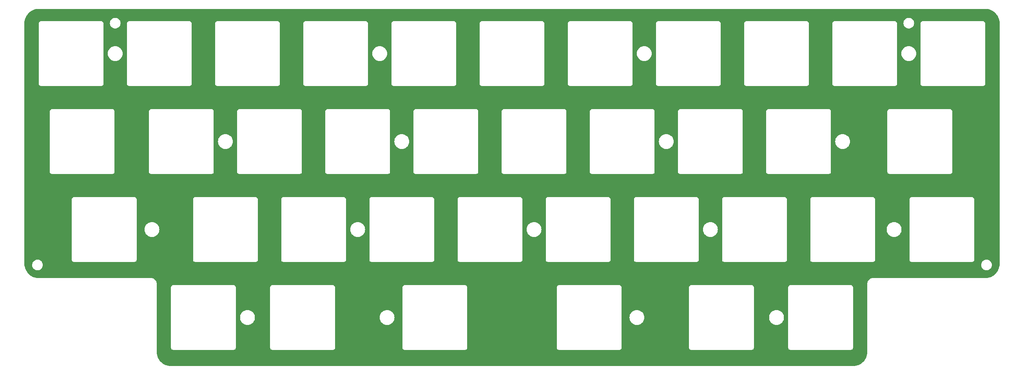
<source format=gbr>
%TF.GenerationSoftware,KiCad,Pcbnew,(7.0.0)*%
%TF.CreationDate,2023-04-11T20:59:51+02:00*%
%TF.ProjectId,travaulta plate niz,74726176-6175-46c7-9461-20706c617465,rev?*%
%TF.SameCoordinates,Original*%
%TF.FileFunction,Copper,L1,Top*%
%TF.FilePolarity,Positive*%
%FSLAX46Y46*%
G04 Gerber Fmt 4.6, Leading zero omitted, Abs format (unit mm)*
G04 Created by KiCad (PCBNEW (7.0.0)) date 2023-04-11 20:59:51*
%MOMM*%
%LPD*%
G01*
G04 APERTURE LIST*
G04 APERTURE END LIST*
%TA.AperFunction,NonConductor*%
G36*
X251478300Y-47475671D02*
G01*
X251608167Y-47482477D01*
X251799654Y-47493232D01*
X251812264Y-47494581D01*
X251964380Y-47518674D01*
X251965493Y-47518857D01*
X252131775Y-47547109D01*
X252143251Y-47549616D01*
X252296276Y-47590618D01*
X252298429Y-47591217D01*
X252456103Y-47636642D01*
X252466353Y-47640079D01*
X252615939Y-47697500D01*
X252618871Y-47698670D01*
X252768778Y-47760763D01*
X252777717Y-47764883D01*
X252921345Y-47838065D01*
X252925015Y-47840014D01*
X253066156Y-47918020D01*
X253073807Y-47922611D01*
X253209386Y-48010657D01*
X253213627Y-48013536D01*
X253344691Y-48106531D01*
X253344746Y-48106570D01*
X253351127Y-48111411D01*
X253476920Y-48213276D01*
X253481582Y-48217242D01*
X253601260Y-48324192D01*
X253601282Y-48324212D01*
X253606417Y-48329068D01*
X253720930Y-48443581D01*
X253725786Y-48448716D01*
X253832746Y-48568404D01*
X253836712Y-48573066D01*
X253938610Y-48698899D01*
X253943417Y-48705237D01*
X254036464Y-48836373D01*
X254039342Y-48840612D01*
X254127388Y-48976192D01*
X254131984Y-48983851D01*
X254132008Y-48983894D01*
X254209957Y-49124934D01*
X254211944Y-49128678D01*
X254285099Y-49272250D01*
X254289242Y-49281236D01*
X254351296Y-49431048D01*
X254352518Y-49434112D01*
X254409918Y-49583645D01*
X254413363Y-49593918D01*
X254458765Y-49751512D01*
X254459396Y-49753781D01*
X254500377Y-49906722D01*
X254502890Y-49918228D01*
X254531124Y-50084400D01*
X254531353Y-50085795D01*
X254555415Y-50237715D01*
X254556768Y-50250361D01*
X254567530Y-50441994D01*
X254567555Y-50442465D01*
X254574327Y-50571680D01*
X254574500Y-50578274D01*
X254574500Y-102671706D01*
X254574326Y-102678300D01*
X254571750Y-102727483D01*
X254567546Y-102807695D01*
X254567521Y-102808167D01*
X254556766Y-102999638D01*
X254555413Y-103012282D01*
X254531356Y-103164178D01*
X254531127Y-103165573D01*
X254502890Y-103331767D01*
X254500377Y-103343274D01*
X254459396Y-103496215D01*
X254458765Y-103498484D01*
X254413362Y-103656081D01*
X254409917Y-103666354D01*
X254352516Y-103815889D01*
X254351294Y-103818953D01*
X254289246Y-103968752D01*
X254285104Y-103977737D01*
X254211946Y-104121317D01*
X254209957Y-104125063D01*
X254131989Y-104266134D01*
X254127384Y-104273809D01*
X254039357Y-104409360D01*
X254036445Y-104413648D01*
X253943422Y-104544752D01*
X253938581Y-104551134D01*
X253836729Y-104676911D01*
X253832760Y-104681577D01*
X253725784Y-104801283D01*
X253720928Y-104806418D01*
X253606417Y-104920929D01*
X253601282Y-104925785D01*
X253481586Y-105032752D01*
X253476920Y-105036721D01*
X253351127Y-105138586D01*
X253344745Y-105143427D01*
X253213642Y-105236449D01*
X253209355Y-105239360D01*
X253073819Y-105327379D01*
X253066143Y-105331985D01*
X252925038Y-105409971D01*
X252921291Y-105411960D01*
X252777757Y-105485093D01*
X252768774Y-105489235D01*
X252618911Y-105551311D01*
X252615847Y-105552533D01*
X252466365Y-105609914D01*
X252456091Y-105613359D01*
X252298487Y-105658764D01*
X252296217Y-105659395D01*
X252143265Y-105700378D01*
X252131760Y-105702891D01*
X251965633Y-105731117D01*
X251964238Y-105731346D01*
X251812282Y-105755414D01*
X251799636Y-105756767D01*
X251608101Y-105767523D01*
X251607631Y-105767548D01*
X251478320Y-105774326D01*
X251471725Y-105774499D01*
X227199901Y-105774499D01*
X227199899Y-105774499D01*
X227199897Y-105774500D01*
X227105519Y-105774500D01*
X227100638Y-105775273D01*
X227100626Y-105775274D01*
X226923769Y-105803285D01*
X226923756Y-105803287D01*
X226918882Y-105804060D01*
X226914182Y-105805586D01*
X226914174Y-105805589D01*
X226743880Y-105860921D01*
X226743869Y-105860925D01*
X226739168Y-105862453D01*
X226734760Y-105864698D01*
X226734755Y-105864701D01*
X226575216Y-105945990D01*
X226575211Y-105945992D01*
X226570801Y-105948240D01*
X226566791Y-105951153D01*
X226566790Y-105951154D01*
X226493251Y-106004584D01*
X226417927Y-106059310D01*
X226414429Y-106062807D01*
X226414423Y-106062813D01*
X226287806Y-106189429D01*
X226287799Y-106189436D01*
X226284310Y-106192926D01*
X226281409Y-106196918D01*
X226281402Y-106196927D01*
X226176155Y-106341788D01*
X226176150Y-106341795D01*
X226173241Y-106345800D01*
X226170993Y-106350210D01*
X226170991Y-106350215D01*
X226089701Y-106509754D01*
X226089698Y-106509759D01*
X226087453Y-106514167D01*
X226085925Y-106518867D01*
X226085921Y-106518879D01*
X226030591Y-106689171D01*
X226029061Y-106693881D01*
X226028288Y-106698759D01*
X226028286Y-106698769D01*
X226000274Y-106875627D01*
X226000273Y-106875635D01*
X225999500Y-106880518D01*
X225999500Y-106885471D01*
X225999500Y-121721706D01*
X225999327Y-121728300D01*
X225992546Y-121857695D01*
X225992521Y-121858167D01*
X225981766Y-122049638D01*
X225980413Y-122062282D01*
X225956356Y-122214178D01*
X225956127Y-122215573D01*
X225927890Y-122381767D01*
X225925377Y-122393274D01*
X225884396Y-122546215D01*
X225883765Y-122548484D01*
X225838362Y-122706081D01*
X225834917Y-122716354D01*
X225777516Y-122865889D01*
X225776294Y-122868953D01*
X225714246Y-123018752D01*
X225710104Y-123027737D01*
X225636946Y-123171317D01*
X225634957Y-123175063D01*
X225556989Y-123316134D01*
X225552384Y-123323809D01*
X225464357Y-123459360D01*
X225461445Y-123463648D01*
X225368422Y-123594752D01*
X225363581Y-123601134D01*
X225261729Y-123726911D01*
X225257760Y-123731577D01*
X225150784Y-123851283D01*
X225145928Y-123856418D01*
X225031417Y-123970929D01*
X225026282Y-123975785D01*
X224906586Y-124082752D01*
X224901920Y-124086721D01*
X224776127Y-124188586D01*
X224769745Y-124193427D01*
X224638642Y-124286449D01*
X224634355Y-124289360D01*
X224498819Y-124377379D01*
X224491143Y-124381985D01*
X224350038Y-124459971D01*
X224346291Y-124461960D01*
X224202757Y-124535093D01*
X224193774Y-124539235D01*
X224043911Y-124601311D01*
X224040847Y-124602533D01*
X223891365Y-124659914D01*
X223881091Y-124663359D01*
X223723487Y-124708764D01*
X223721217Y-124709395D01*
X223568265Y-124750378D01*
X223556760Y-124752891D01*
X223390633Y-124781117D01*
X223389238Y-124781346D01*
X223237282Y-124805414D01*
X223224636Y-124806767D01*
X223033101Y-124817523D01*
X223032631Y-124817548D01*
X222903320Y-124824326D01*
X222896725Y-124824499D01*
X75553293Y-124824499D01*
X75546699Y-124824326D01*
X75535665Y-124823747D01*
X75417011Y-124817529D01*
X75416541Y-124817504D01*
X75225381Y-124806769D01*
X75212735Y-124805416D01*
X75060622Y-124781323D01*
X75059227Y-124781094D01*
X74893249Y-124752893D01*
X74881744Y-124750380D01*
X74728712Y-124709375D01*
X74726442Y-124708744D01*
X74568927Y-124663365D01*
X74558654Y-124659920D01*
X74409067Y-124602499D01*
X74406003Y-124601277D01*
X74256260Y-124539252D01*
X74247275Y-124535110D01*
X74103659Y-124461933D01*
X74099914Y-124459945D01*
X73958873Y-124381996D01*
X73951196Y-124377389D01*
X73815578Y-124289317D01*
X73811290Y-124286405D01*
X73680299Y-124193461D01*
X73673918Y-124188621D01*
X73548034Y-124086682D01*
X73543369Y-124082713D01*
X73423745Y-123975811D01*
X73418609Y-123970955D01*
X73304043Y-123856389D01*
X73299187Y-123851254D01*
X73192273Y-123731617D01*
X73188304Y-123726951D01*
X73086387Y-123601094D01*
X73081557Y-123594727D01*
X72988566Y-123463669D01*
X72985676Y-123459412D01*
X72985642Y-123459360D01*
X72897600Y-123323787D01*
X72892998Y-123316116D01*
X72815038Y-123175058D01*
X72813097Y-123171402D01*
X72739881Y-123027709D01*
X72735750Y-123018749D01*
X72673713Y-122868978D01*
X72672503Y-122865942D01*
X72672483Y-122865889D01*
X72615069Y-122716321D01*
X72611633Y-122706075D01*
X72566265Y-122548596D01*
X72565635Y-122546327D01*
X72524617Y-122393250D01*
X72522107Y-122381764D01*
X72493902Y-122215757D01*
X72493676Y-122214381D01*
X72493644Y-122214178D01*
X72469580Y-122062245D01*
X72468230Y-122049632D01*
X72457496Y-121858480D01*
X72450673Y-121728281D01*
X72450500Y-121721687D01*
X72450500Y-120800000D01*
X75549500Y-120800000D01*
X75549507Y-120849311D01*
X75549507Y-120849318D01*
X75549509Y-120856390D01*
X75551083Y-120863282D01*
X75551084Y-120863289D01*
X75573046Y-120959445D01*
X75573047Y-120959450D01*
X75574621Y-120966338D01*
X75623563Y-121067945D01*
X75693882Y-121156118D01*
X75782055Y-121226437D01*
X75883662Y-121275379D01*
X75993610Y-121300491D01*
X76049900Y-121300499D01*
X76049899Y-121303582D01*
X76049901Y-121303582D01*
X76049901Y-121300500D01*
X89099315Y-121300500D01*
X89106393Y-121300500D01*
X89216351Y-121275403D01*
X89317967Y-121226467D01*
X89406146Y-121156146D01*
X89476467Y-121067967D01*
X89525403Y-120966351D01*
X89550500Y-120856393D01*
X89550500Y-120800000D01*
X96979500Y-120800000D01*
X96979507Y-120849311D01*
X96979507Y-120849318D01*
X96979509Y-120856390D01*
X96981083Y-120863282D01*
X96981084Y-120863289D01*
X97003046Y-120959445D01*
X97003047Y-120959450D01*
X97004621Y-120966338D01*
X97053563Y-121067945D01*
X97123882Y-121156118D01*
X97212055Y-121226437D01*
X97313662Y-121275379D01*
X97423610Y-121300491D01*
X97479900Y-121300499D01*
X97479899Y-121303582D01*
X97479901Y-121303582D01*
X97479901Y-121300500D01*
X110529315Y-121300500D01*
X110536393Y-121300500D01*
X110646351Y-121275403D01*
X110747967Y-121226467D01*
X110836146Y-121156146D01*
X110906467Y-121067967D01*
X110955403Y-120966351D01*
X110980500Y-120856393D01*
X110980500Y-120800000D01*
X125554500Y-120800000D01*
X125554507Y-120849311D01*
X125554507Y-120849318D01*
X125554509Y-120856390D01*
X125556083Y-120863282D01*
X125556084Y-120863289D01*
X125578046Y-120959445D01*
X125578047Y-120959450D01*
X125579621Y-120966338D01*
X125628563Y-121067945D01*
X125698882Y-121156118D01*
X125787055Y-121226437D01*
X125888662Y-121275379D01*
X125998610Y-121300491D01*
X126054900Y-121300499D01*
X126054899Y-121303582D01*
X126054901Y-121303582D01*
X126054901Y-121300500D01*
X139104315Y-121300500D01*
X139111393Y-121300500D01*
X139221351Y-121275403D01*
X139322967Y-121226467D01*
X139411146Y-121156146D01*
X139481467Y-121067967D01*
X139530403Y-120966351D01*
X139555500Y-120856393D01*
X139555500Y-120800000D01*
X158891500Y-120800000D01*
X158891507Y-120849311D01*
X158891507Y-120849318D01*
X158891509Y-120856390D01*
X158893083Y-120863282D01*
X158893084Y-120863289D01*
X158915046Y-120959445D01*
X158915047Y-120959450D01*
X158916621Y-120966338D01*
X158965563Y-121067945D01*
X159035882Y-121156118D01*
X159124055Y-121226437D01*
X159225662Y-121275379D01*
X159335610Y-121300491D01*
X159391900Y-121300499D01*
X159391899Y-121303582D01*
X159391901Y-121303582D01*
X159391901Y-121300500D01*
X172441315Y-121300500D01*
X172448393Y-121300500D01*
X172558351Y-121275403D01*
X172659967Y-121226467D01*
X172748146Y-121156146D01*
X172818467Y-121067967D01*
X172867403Y-120966351D01*
X172892500Y-120856393D01*
X172892500Y-120800000D01*
X187469500Y-120800000D01*
X187469507Y-120849311D01*
X187469507Y-120849318D01*
X187469509Y-120856390D01*
X187471083Y-120863282D01*
X187471084Y-120863289D01*
X187493046Y-120959445D01*
X187493047Y-120959450D01*
X187494621Y-120966338D01*
X187543563Y-121067945D01*
X187613882Y-121156118D01*
X187702055Y-121226437D01*
X187803662Y-121275379D01*
X187913610Y-121300491D01*
X187969900Y-121300499D01*
X187969899Y-121303582D01*
X187969901Y-121303582D01*
X187969901Y-121300500D01*
X201019315Y-121300500D01*
X201026393Y-121300500D01*
X201136351Y-121275403D01*
X201237967Y-121226467D01*
X201326146Y-121156146D01*
X201396467Y-121067967D01*
X201445403Y-120966351D01*
X201470500Y-120856393D01*
X201470500Y-120800000D01*
X208899500Y-120800000D01*
X208899507Y-120849311D01*
X208899507Y-120849318D01*
X208899509Y-120856390D01*
X208901083Y-120863282D01*
X208901084Y-120863289D01*
X208923046Y-120959445D01*
X208923047Y-120959450D01*
X208924621Y-120966338D01*
X208973563Y-121067945D01*
X209043882Y-121156118D01*
X209132055Y-121226437D01*
X209233662Y-121275379D01*
X209343610Y-121300491D01*
X209399900Y-121300499D01*
X209399899Y-121303582D01*
X209399901Y-121303582D01*
X209399901Y-121300500D01*
X222449315Y-121300500D01*
X222456393Y-121300500D01*
X222566351Y-121275403D01*
X222667967Y-121226467D01*
X222756146Y-121156146D01*
X222826467Y-121067967D01*
X222875403Y-120966351D01*
X222900500Y-120856393D01*
X222900500Y-120800000D01*
X222900500Y-120799500D01*
X222900500Y-107799901D01*
X222903582Y-107799901D01*
X222903582Y-107799899D01*
X222900499Y-107799900D01*
X222900491Y-107743610D01*
X222875379Y-107633662D01*
X222826437Y-107532055D01*
X222756118Y-107443882D01*
X222667945Y-107373563D01*
X222661570Y-107370492D01*
X222661568Y-107370491D01*
X222572709Y-107327690D01*
X222572710Y-107327690D01*
X222566338Y-107324621D01*
X222559450Y-107323047D01*
X222559445Y-107323046D01*
X222463289Y-107301084D01*
X222463282Y-107301083D01*
X222456390Y-107299509D01*
X222449318Y-107299507D01*
X222449311Y-107299507D01*
X222400099Y-107299500D01*
X209400500Y-107299500D01*
X209400000Y-107299500D01*
X209343607Y-107299500D01*
X209336715Y-107301072D01*
X209336706Y-107301074D01*
X209240550Y-107323021D01*
X209240542Y-107323023D01*
X209233649Y-107324597D01*
X209227279Y-107327664D01*
X209227272Y-107327667D01*
X209138405Y-107370464D01*
X209138402Y-107370465D01*
X209132033Y-107373533D01*
X209126504Y-107377941D01*
X209126501Y-107377944D01*
X209049384Y-107439443D01*
X209049379Y-107439447D01*
X209043854Y-107443854D01*
X209039447Y-107449379D01*
X209039443Y-107449384D01*
X208977944Y-107526501D01*
X208977941Y-107526504D01*
X208973533Y-107532033D01*
X208970465Y-107538402D01*
X208970464Y-107538405D01*
X208927667Y-107627272D01*
X208927664Y-107627279D01*
X208924597Y-107633649D01*
X208923023Y-107640542D01*
X208923021Y-107640550D01*
X208901074Y-107736706D01*
X208901072Y-107736715D01*
X208899500Y-107743607D01*
X208899500Y-107750685D01*
X208899500Y-120800000D01*
X201470500Y-120800000D01*
X201470500Y-120799500D01*
X201470500Y-114300000D01*
X204769551Y-114300000D01*
X204769939Y-114304930D01*
X204788928Y-114546214D01*
X204788929Y-114546222D01*
X204789317Y-114551148D01*
X204790471Y-114555956D01*
X204790472Y-114555960D01*
X204846971Y-114791298D01*
X204846972Y-114791303D01*
X204848127Y-114796111D01*
X204944534Y-115028859D01*
X205076164Y-115243659D01*
X205239776Y-115435224D01*
X205431341Y-115598836D01*
X205646141Y-115730466D01*
X205878889Y-115826873D01*
X206123852Y-115885683D01*
X206312118Y-115900500D01*
X206435413Y-115900500D01*
X206437882Y-115900500D01*
X206626148Y-115885683D01*
X206871111Y-115826873D01*
X207103859Y-115730466D01*
X207318659Y-115598836D01*
X207510224Y-115435224D01*
X207673836Y-115243659D01*
X207805466Y-115028859D01*
X207901873Y-114796111D01*
X207960683Y-114551148D01*
X207980449Y-114300000D01*
X207960683Y-114048852D01*
X207901873Y-113803889D01*
X207805466Y-113571141D01*
X207673836Y-113356341D01*
X207510224Y-113164776D01*
X207318659Y-113001164D01*
X207103859Y-112869534D01*
X206871111Y-112773127D01*
X206866303Y-112771972D01*
X206866298Y-112771971D01*
X206630960Y-112715472D01*
X206630956Y-112715471D01*
X206626148Y-112714317D01*
X206621222Y-112713929D01*
X206621214Y-112713928D01*
X206440338Y-112699693D01*
X206440330Y-112699692D01*
X206437882Y-112699500D01*
X206312118Y-112699500D01*
X206309670Y-112699692D01*
X206309661Y-112699693D01*
X206128785Y-112713928D01*
X206128775Y-112713929D01*
X206123852Y-112714317D01*
X206119045Y-112715471D01*
X206119039Y-112715472D01*
X205883701Y-112771971D01*
X205883692Y-112771973D01*
X205878889Y-112773127D01*
X205874321Y-112775018D01*
X205874315Y-112775021D01*
X205650715Y-112867639D01*
X205650710Y-112867641D01*
X205646141Y-112869534D01*
X205641926Y-112872116D01*
X205641920Y-112872120D01*
X205435558Y-112998579D01*
X205435550Y-112998584D01*
X205431341Y-113001164D01*
X205427580Y-113004375D01*
X205427576Y-113004379D01*
X205243538Y-113161562D01*
X205243531Y-113161568D01*
X205239776Y-113164776D01*
X205236568Y-113168531D01*
X205236562Y-113168538D01*
X205079379Y-113352576D01*
X205079375Y-113352580D01*
X205076164Y-113356341D01*
X205073584Y-113360550D01*
X205073579Y-113360558D01*
X204947120Y-113566920D01*
X204947116Y-113566926D01*
X204944534Y-113571141D01*
X204942641Y-113575710D01*
X204942639Y-113575715D01*
X204850021Y-113799315D01*
X204850018Y-113799321D01*
X204848127Y-113803889D01*
X204846973Y-113808692D01*
X204846971Y-113808701D01*
X204790472Y-114044039D01*
X204789317Y-114048852D01*
X204788929Y-114053775D01*
X204788928Y-114053785D01*
X204769939Y-114295070D01*
X204769551Y-114300000D01*
X201470500Y-114300000D01*
X201470500Y-107799901D01*
X201473582Y-107799901D01*
X201473582Y-107799899D01*
X201470499Y-107799900D01*
X201470491Y-107743610D01*
X201445379Y-107633662D01*
X201396437Y-107532055D01*
X201326118Y-107443882D01*
X201237945Y-107373563D01*
X201231570Y-107370492D01*
X201231568Y-107370491D01*
X201142709Y-107327690D01*
X201142710Y-107327690D01*
X201136338Y-107324621D01*
X201129450Y-107323047D01*
X201129445Y-107323046D01*
X201033289Y-107301084D01*
X201033282Y-107301083D01*
X201026390Y-107299509D01*
X201019318Y-107299507D01*
X201019311Y-107299507D01*
X200970099Y-107299500D01*
X187970500Y-107299500D01*
X187970000Y-107299500D01*
X187913607Y-107299500D01*
X187906715Y-107301072D01*
X187906706Y-107301074D01*
X187810550Y-107323021D01*
X187810542Y-107323023D01*
X187803649Y-107324597D01*
X187797279Y-107327664D01*
X187797272Y-107327667D01*
X187708405Y-107370464D01*
X187708402Y-107370465D01*
X187702033Y-107373533D01*
X187696504Y-107377941D01*
X187696501Y-107377944D01*
X187619384Y-107439443D01*
X187619379Y-107439447D01*
X187613854Y-107443854D01*
X187609447Y-107449379D01*
X187609443Y-107449384D01*
X187547944Y-107526501D01*
X187547941Y-107526504D01*
X187543533Y-107532033D01*
X187540465Y-107538402D01*
X187540464Y-107538405D01*
X187497667Y-107627272D01*
X187497664Y-107627279D01*
X187494597Y-107633649D01*
X187493023Y-107640542D01*
X187493021Y-107640550D01*
X187471074Y-107736706D01*
X187471072Y-107736715D01*
X187469500Y-107743607D01*
X187469500Y-107750685D01*
X187469500Y-120800000D01*
X172892500Y-120800000D01*
X172892500Y-120799500D01*
X172892500Y-114300000D01*
X174607051Y-114300000D01*
X174607439Y-114304930D01*
X174626428Y-114546214D01*
X174626429Y-114546222D01*
X174626817Y-114551148D01*
X174627971Y-114555956D01*
X174627972Y-114555960D01*
X174684471Y-114791298D01*
X174684472Y-114791303D01*
X174685627Y-114796111D01*
X174782034Y-115028859D01*
X174913664Y-115243659D01*
X175077276Y-115435224D01*
X175268841Y-115598836D01*
X175483641Y-115730466D01*
X175716389Y-115826873D01*
X175961352Y-115885683D01*
X176149618Y-115900500D01*
X176272913Y-115900500D01*
X176275382Y-115900500D01*
X176463648Y-115885683D01*
X176708611Y-115826873D01*
X176941359Y-115730466D01*
X177156159Y-115598836D01*
X177347724Y-115435224D01*
X177511336Y-115243659D01*
X177642966Y-115028859D01*
X177739373Y-114796111D01*
X177798183Y-114551148D01*
X177817949Y-114300000D01*
X177798183Y-114048852D01*
X177739373Y-113803889D01*
X177642966Y-113571141D01*
X177511336Y-113356341D01*
X177347724Y-113164776D01*
X177156159Y-113001164D01*
X176941359Y-112869534D01*
X176708611Y-112773127D01*
X176703803Y-112771972D01*
X176703798Y-112771971D01*
X176468460Y-112715472D01*
X176468456Y-112715471D01*
X176463648Y-112714317D01*
X176458722Y-112713929D01*
X176458714Y-112713928D01*
X176277838Y-112699693D01*
X176277830Y-112699692D01*
X176275382Y-112699500D01*
X176149618Y-112699500D01*
X176147170Y-112699692D01*
X176147161Y-112699693D01*
X175966285Y-112713928D01*
X175966275Y-112713929D01*
X175961352Y-112714317D01*
X175956545Y-112715471D01*
X175956539Y-112715472D01*
X175721201Y-112771971D01*
X175721192Y-112771973D01*
X175716389Y-112773127D01*
X175711821Y-112775018D01*
X175711815Y-112775021D01*
X175488215Y-112867639D01*
X175488210Y-112867641D01*
X175483641Y-112869534D01*
X175479426Y-112872116D01*
X175479420Y-112872120D01*
X175273058Y-112998579D01*
X175273050Y-112998584D01*
X175268841Y-113001164D01*
X175265080Y-113004375D01*
X175265076Y-113004379D01*
X175081038Y-113161562D01*
X175081031Y-113161568D01*
X175077276Y-113164776D01*
X175074068Y-113168531D01*
X175074062Y-113168538D01*
X174916879Y-113352576D01*
X174916875Y-113352580D01*
X174913664Y-113356341D01*
X174911084Y-113360550D01*
X174911079Y-113360558D01*
X174784620Y-113566920D01*
X174784616Y-113566926D01*
X174782034Y-113571141D01*
X174780141Y-113575710D01*
X174780139Y-113575715D01*
X174687521Y-113799315D01*
X174687518Y-113799321D01*
X174685627Y-113803889D01*
X174684473Y-113808692D01*
X174684471Y-113808701D01*
X174627972Y-114044039D01*
X174626817Y-114048852D01*
X174626429Y-114053775D01*
X174626428Y-114053785D01*
X174607439Y-114295070D01*
X174607051Y-114300000D01*
X172892500Y-114300000D01*
X172892500Y-107799901D01*
X172895582Y-107799901D01*
X172895582Y-107799899D01*
X172892499Y-107799900D01*
X172892491Y-107743610D01*
X172867379Y-107633662D01*
X172818437Y-107532055D01*
X172748118Y-107443882D01*
X172659945Y-107373563D01*
X172653570Y-107370492D01*
X172653568Y-107370491D01*
X172564709Y-107327690D01*
X172564710Y-107327690D01*
X172558338Y-107324621D01*
X172551450Y-107323047D01*
X172551445Y-107323046D01*
X172455289Y-107301084D01*
X172455282Y-107301083D01*
X172448390Y-107299509D01*
X172441318Y-107299507D01*
X172441311Y-107299507D01*
X172392099Y-107299500D01*
X159392500Y-107299500D01*
X159392000Y-107299500D01*
X159335607Y-107299500D01*
X159328715Y-107301072D01*
X159328706Y-107301074D01*
X159232550Y-107323021D01*
X159232542Y-107323023D01*
X159225649Y-107324597D01*
X159219279Y-107327664D01*
X159219272Y-107327667D01*
X159130405Y-107370464D01*
X159130402Y-107370465D01*
X159124033Y-107373533D01*
X159118504Y-107377941D01*
X159118501Y-107377944D01*
X159041384Y-107439443D01*
X159041379Y-107439447D01*
X159035854Y-107443854D01*
X159031447Y-107449379D01*
X159031443Y-107449384D01*
X158969944Y-107526501D01*
X158969941Y-107526504D01*
X158965533Y-107532033D01*
X158962465Y-107538402D01*
X158962464Y-107538405D01*
X158919667Y-107627272D01*
X158919664Y-107627279D01*
X158916597Y-107633649D01*
X158915023Y-107640542D01*
X158915021Y-107640550D01*
X158893074Y-107736706D01*
X158893072Y-107736715D01*
X158891500Y-107743607D01*
X158891500Y-107750685D01*
X158891500Y-120800000D01*
X139555500Y-120800000D01*
X139555500Y-120799500D01*
X139555500Y-107799901D01*
X139558582Y-107799901D01*
X139558582Y-107799899D01*
X139555499Y-107799900D01*
X139555491Y-107743610D01*
X139530379Y-107633662D01*
X139481437Y-107532055D01*
X139411118Y-107443882D01*
X139322945Y-107373563D01*
X139316570Y-107370492D01*
X139316568Y-107370491D01*
X139227709Y-107327690D01*
X139227710Y-107327690D01*
X139221338Y-107324621D01*
X139214450Y-107323047D01*
X139214445Y-107323046D01*
X139118289Y-107301084D01*
X139118282Y-107301083D01*
X139111390Y-107299509D01*
X139104318Y-107299507D01*
X139104311Y-107299507D01*
X139055099Y-107299500D01*
X126055500Y-107299500D01*
X126055000Y-107299500D01*
X125998607Y-107299500D01*
X125991715Y-107301072D01*
X125991706Y-107301074D01*
X125895550Y-107323021D01*
X125895542Y-107323023D01*
X125888649Y-107324597D01*
X125882279Y-107327664D01*
X125882272Y-107327667D01*
X125793405Y-107370464D01*
X125793402Y-107370465D01*
X125787033Y-107373533D01*
X125781504Y-107377941D01*
X125781501Y-107377944D01*
X125704384Y-107439443D01*
X125704379Y-107439447D01*
X125698854Y-107443854D01*
X125694447Y-107449379D01*
X125694443Y-107449384D01*
X125632944Y-107526501D01*
X125632941Y-107526504D01*
X125628533Y-107532033D01*
X125625465Y-107538402D01*
X125625464Y-107538405D01*
X125582667Y-107627272D01*
X125582664Y-107627279D01*
X125579597Y-107633649D01*
X125578023Y-107640542D01*
X125578021Y-107640550D01*
X125556074Y-107736706D01*
X125556072Y-107736715D01*
X125554500Y-107743607D01*
X125554500Y-107750685D01*
X125554500Y-120800000D01*
X110980500Y-120800000D01*
X110980500Y-120799500D01*
X110980500Y-114300000D01*
X120632051Y-114300000D01*
X120632439Y-114304930D01*
X120651428Y-114546214D01*
X120651429Y-114546222D01*
X120651817Y-114551148D01*
X120652971Y-114555956D01*
X120652972Y-114555960D01*
X120709471Y-114791298D01*
X120709472Y-114791303D01*
X120710627Y-114796111D01*
X120807034Y-115028859D01*
X120938664Y-115243659D01*
X121102276Y-115435224D01*
X121293841Y-115598836D01*
X121508641Y-115730466D01*
X121741389Y-115826873D01*
X121986352Y-115885683D01*
X122174618Y-115900500D01*
X122297913Y-115900500D01*
X122300382Y-115900500D01*
X122488648Y-115885683D01*
X122733611Y-115826873D01*
X122966359Y-115730466D01*
X123181159Y-115598836D01*
X123372724Y-115435224D01*
X123536336Y-115243659D01*
X123667966Y-115028859D01*
X123764373Y-114796111D01*
X123823183Y-114551148D01*
X123842949Y-114300000D01*
X123823183Y-114048852D01*
X123764373Y-113803889D01*
X123667966Y-113571141D01*
X123536336Y-113356341D01*
X123372724Y-113164776D01*
X123181159Y-113001164D01*
X122966359Y-112869534D01*
X122733611Y-112773127D01*
X122728803Y-112771972D01*
X122728798Y-112771971D01*
X122493460Y-112715472D01*
X122493456Y-112715471D01*
X122488648Y-112714317D01*
X122483722Y-112713929D01*
X122483714Y-112713928D01*
X122302838Y-112699693D01*
X122302830Y-112699692D01*
X122300382Y-112699500D01*
X122174618Y-112699500D01*
X122172170Y-112699692D01*
X122172161Y-112699693D01*
X121991285Y-112713928D01*
X121991275Y-112713929D01*
X121986352Y-112714317D01*
X121981545Y-112715471D01*
X121981539Y-112715472D01*
X121746201Y-112771971D01*
X121746192Y-112771973D01*
X121741389Y-112773127D01*
X121736821Y-112775018D01*
X121736815Y-112775021D01*
X121513215Y-112867639D01*
X121513210Y-112867641D01*
X121508641Y-112869534D01*
X121504426Y-112872116D01*
X121504420Y-112872120D01*
X121298058Y-112998579D01*
X121298050Y-112998584D01*
X121293841Y-113001164D01*
X121290080Y-113004375D01*
X121290076Y-113004379D01*
X121106038Y-113161562D01*
X121106031Y-113161568D01*
X121102276Y-113164776D01*
X121099068Y-113168531D01*
X121099062Y-113168538D01*
X120941879Y-113352576D01*
X120941875Y-113352580D01*
X120938664Y-113356341D01*
X120936084Y-113360550D01*
X120936079Y-113360558D01*
X120809620Y-113566920D01*
X120809616Y-113566926D01*
X120807034Y-113571141D01*
X120805141Y-113575710D01*
X120805139Y-113575715D01*
X120712521Y-113799315D01*
X120712518Y-113799321D01*
X120710627Y-113803889D01*
X120709473Y-113808692D01*
X120709471Y-113808701D01*
X120652972Y-114044039D01*
X120651817Y-114048852D01*
X120651429Y-114053775D01*
X120651428Y-114053785D01*
X120632439Y-114295070D01*
X120632051Y-114300000D01*
X110980500Y-114300000D01*
X110980500Y-107799901D01*
X110983582Y-107799901D01*
X110983582Y-107799899D01*
X110980499Y-107799900D01*
X110980491Y-107743610D01*
X110955379Y-107633662D01*
X110906437Y-107532055D01*
X110836118Y-107443882D01*
X110747945Y-107373563D01*
X110741570Y-107370492D01*
X110741568Y-107370491D01*
X110652709Y-107327690D01*
X110652710Y-107327690D01*
X110646338Y-107324621D01*
X110639450Y-107323047D01*
X110639445Y-107323046D01*
X110543289Y-107301084D01*
X110543282Y-107301083D01*
X110536390Y-107299509D01*
X110529318Y-107299507D01*
X110529311Y-107299507D01*
X110480099Y-107299500D01*
X97480500Y-107299500D01*
X97480000Y-107299500D01*
X97423607Y-107299500D01*
X97416715Y-107301072D01*
X97416706Y-107301074D01*
X97320550Y-107323021D01*
X97320542Y-107323023D01*
X97313649Y-107324597D01*
X97307279Y-107327664D01*
X97307272Y-107327667D01*
X97218405Y-107370464D01*
X97218402Y-107370465D01*
X97212033Y-107373533D01*
X97206504Y-107377941D01*
X97206501Y-107377944D01*
X97129384Y-107439443D01*
X97129379Y-107439447D01*
X97123854Y-107443854D01*
X97119447Y-107449379D01*
X97119443Y-107449384D01*
X97057944Y-107526501D01*
X97057941Y-107526504D01*
X97053533Y-107532033D01*
X97050465Y-107538402D01*
X97050464Y-107538405D01*
X97007667Y-107627272D01*
X97007664Y-107627279D01*
X97004597Y-107633649D01*
X97003023Y-107640542D01*
X97003021Y-107640550D01*
X96981074Y-107736706D01*
X96981072Y-107736715D01*
X96979500Y-107743607D01*
X96979500Y-107750685D01*
X96979500Y-120800000D01*
X89550500Y-120800000D01*
X89550500Y-120799500D01*
X89550500Y-114300000D01*
X90469551Y-114300000D01*
X90469939Y-114304930D01*
X90488928Y-114546214D01*
X90488929Y-114546222D01*
X90489317Y-114551148D01*
X90490471Y-114555956D01*
X90490472Y-114555960D01*
X90546971Y-114791298D01*
X90546972Y-114791303D01*
X90548127Y-114796111D01*
X90644534Y-115028859D01*
X90776164Y-115243659D01*
X90939776Y-115435224D01*
X91131341Y-115598836D01*
X91346141Y-115730466D01*
X91578889Y-115826873D01*
X91823852Y-115885683D01*
X92012118Y-115900500D01*
X92135413Y-115900500D01*
X92137882Y-115900500D01*
X92326148Y-115885683D01*
X92571111Y-115826873D01*
X92803859Y-115730466D01*
X93018659Y-115598836D01*
X93210224Y-115435224D01*
X93373836Y-115243659D01*
X93505466Y-115028859D01*
X93601873Y-114796111D01*
X93660683Y-114551148D01*
X93680449Y-114300000D01*
X93660683Y-114048852D01*
X93601873Y-113803889D01*
X93505466Y-113571141D01*
X93373836Y-113356341D01*
X93210224Y-113164776D01*
X93018659Y-113001164D01*
X92803859Y-112869534D01*
X92571111Y-112773127D01*
X92566303Y-112771972D01*
X92566298Y-112771971D01*
X92330960Y-112715472D01*
X92330956Y-112715471D01*
X92326148Y-112714317D01*
X92321222Y-112713929D01*
X92321214Y-112713928D01*
X92140338Y-112699693D01*
X92140330Y-112699692D01*
X92137882Y-112699500D01*
X92012118Y-112699500D01*
X92009670Y-112699692D01*
X92009661Y-112699693D01*
X91828785Y-112713928D01*
X91828775Y-112713929D01*
X91823852Y-112714317D01*
X91819045Y-112715471D01*
X91819039Y-112715472D01*
X91583701Y-112771971D01*
X91583692Y-112771973D01*
X91578889Y-112773127D01*
X91574321Y-112775018D01*
X91574315Y-112775021D01*
X91350715Y-112867639D01*
X91350710Y-112867641D01*
X91346141Y-112869534D01*
X91341926Y-112872116D01*
X91341920Y-112872120D01*
X91135558Y-112998579D01*
X91135550Y-112998584D01*
X91131341Y-113001164D01*
X91127580Y-113004375D01*
X91127576Y-113004379D01*
X90943538Y-113161562D01*
X90943531Y-113161568D01*
X90939776Y-113164776D01*
X90936568Y-113168531D01*
X90936562Y-113168538D01*
X90779379Y-113352576D01*
X90779375Y-113352580D01*
X90776164Y-113356341D01*
X90773584Y-113360550D01*
X90773579Y-113360558D01*
X90647120Y-113566920D01*
X90647116Y-113566926D01*
X90644534Y-113571141D01*
X90642641Y-113575710D01*
X90642639Y-113575715D01*
X90550021Y-113799315D01*
X90550018Y-113799321D01*
X90548127Y-113803889D01*
X90546973Y-113808692D01*
X90546971Y-113808701D01*
X90490472Y-114044039D01*
X90489317Y-114048852D01*
X90488929Y-114053775D01*
X90488928Y-114053785D01*
X90469939Y-114295070D01*
X90469551Y-114300000D01*
X89550500Y-114300000D01*
X89550500Y-107799901D01*
X89553582Y-107799901D01*
X89553582Y-107799899D01*
X89550499Y-107799900D01*
X89550491Y-107743610D01*
X89525379Y-107633662D01*
X89476437Y-107532055D01*
X89406118Y-107443882D01*
X89317945Y-107373563D01*
X89311570Y-107370492D01*
X89311568Y-107370491D01*
X89222709Y-107327690D01*
X89222710Y-107327690D01*
X89216338Y-107324621D01*
X89209450Y-107323047D01*
X89209445Y-107323046D01*
X89113289Y-107301084D01*
X89113282Y-107301083D01*
X89106390Y-107299509D01*
X89099318Y-107299507D01*
X89099311Y-107299507D01*
X89050099Y-107299500D01*
X76050500Y-107299500D01*
X76050000Y-107299500D01*
X75993607Y-107299500D01*
X75986715Y-107301072D01*
X75986706Y-107301074D01*
X75890550Y-107323021D01*
X75890542Y-107323023D01*
X75883649Y-107324597D01*
X75877279Y-107327664D01*
X75877272Y-107327667D01*
X75788405Y-107370464D01*
X75788402Y-107370465D01*
X75782033Y-107373533D01*
X75776504Y-107377941D01*
X75776501Y-107377944D01*
X75699384Y-107439443D01*
X75699379Y-107439447D01*
X75693854Y-107443854D01*
X75689447Y-107449379D01*
X75689443Y-107449384D01*
X75627944Y-107526501D01*
X75627941Y-107526504D01*
X75623533Y-107532033D01*
X75620465Y-107538402D01*
X75620464Y-107538405D01*
X75577667Y-107627272D01*
X75577664Y-107627279D01*
X75574597Y-107633649D01*
X75573023Y-107640542D01*
X75573021Y-107640550D01*
X75551074Y-107736706D01*
X75551072Y-107736715D01*
X75549500Y-107743607D01*
X75549500Y-107750685D01*
X75549500Y-120800000D01*
X72450500Y-120800000D01*
X72450500Y-106975003D01*
X72450500Y-106974999D01*
X72450501Y-106974999D01*
X72450501Y-106880518D01*
X72420940Y-106693881D01*
X72362547Y-106514167D01*
X72276760Y-106345800D01*
X72165690Y-106192926D01*
X72032073Y-106059309D01*
X71879199Y-105948239D01*
X71710832Y-105862452D01*
X71706126Y-105860922D01*
X71706119Y-105860920D01*
X71535825Y-105805588D01*
X71535820Y-105805586D01*
X71531118Y-105804059D01*
X71526240Y-105803286D01*
X71526230Y-105803284D01*
X71349373Y-105775273D01*
X71349362Y-105775272D01*
X71344481Y-105774499D01*
X71339527Y-105774499D01*
X46978293Y-105774499D01*
X46971699Y-105774326D01*
X46960665Y-105773747D01*
X46842011Y-105767529D01*
X46841541Y-105767504D01*
X46650381Y-105756769D01*
X46637735Y-105755416D01*
X46485622Y-105731323D01*
X46484227Y-105731094D01*
X46318249Y-105702893D01*
X46306744Y-105700380D01*
X46153712Y-105659375D01*
X46151442Y-105658744D01*
X45993927Y-105613365D01*
X45983654Y-105609920D01*
X45834067Y-105552499D01*
X45831003Y-105551277D01*
X45681260Y-105489252D01*
X45672275Y-105485110D01*
X45528659Y-105411933D01*
X45524914Y-105409945D01*
X45383873Y-105331996D01*
X45376196Y-105327389D01*
X45240578Y-105239317D01*
X45236290Y-105236405D01*
X45105299Y-105143461D01*
X45098918Y-105138621D01*
X44973034Y-105036682D01*
X44968369Y-105032713D01*
X44848745Y-104925811D01*
X44843609Y-104920955D01*
X44729043Y-104806389D01*
X44724187Y-104801254D01*
X44617273Y-104681617D01*
X44613304Y-104676951D01*
X44511387Y-104551094D01*
X44506557Y-104544727D01*
X44413566Y-104413669D01*
X44410676Y-104409412D01*
X44410642Y-104409360D01*
X44322600Y-104273787D01*
X44317998Y-104266116D01*
X44240038Y-104125058D01*
X44238097Y-104121402D01*
X44164881Y-103977709D01*
X44160750Y-103968749D01*
X44098713Y-103818978D01*
X44097503Y-103815942D01*
X44097483Y-103815889D01*
X44040069Y-103666321D01*
X44036633Y-103656075D01*
X43991265Y-103498596D01*
X43990635Y-103496327D01*
X43949617Y-103343250D01*
X43947107Y-103331764D01*
X43918902Y-103165757D01*
X43918676Y-103164381D01*
X43918644Y-103164178D01*
X43894580Y-103012245D01*
X43893230Y-102999632D01*
X43889544Y-102933999D01*
X45560571Y-102933999D01*
X45580244Y-103146309D01*
X45581836Y-103151907D01*
X45581837Y-103151908D01*
X45585777Y-103165757D01*
X45638595Y-103351388D01*
X45641186Y-103356592D01*
X45641189Y-103356599D01*
X45710765Y-103496327D01*
X45733634Y-103542254D01*
X45737142Y-103546899D01*
X45737145Y-103546904D01*
X45819588Y-103656075D01*
X45862128Y-103712406D01*
X45866430Y-103716328D01*
X45866433Y-103716331D01*
X46015394Y-103852128D01*
X46015398Y-103852131D01*
X46019698Y-103856051D01*
X46200981Y-103968297D01*
X46206411Y-103970400D01*
X46206414Y-103970402D01*
X46278229Y-103998222D01*
X46399802Y-104045320D01*
X46609390Y-104084499D01*
X46816783Y-104084499D01*
X46822610Y-104084499D01*
X47032198Y-104045320D01*
X47231019Y-103968297D01*
X47412302Y-103856051D01*
X47569872Y-103712406D01*
X47698366Y-103542254D01*
X47793405Y-103351388D01*
X47851756Y-103146309D01*
X47871429Y-102933999D01*
X250578946Y-102933999D01*
X250598619Y-103146309D01*
X250600211Y-103151907D01*
X250600212Y-103151908D01*
X250604152Y-103165757D01*
X250656970Y-103351388D01*
X250659561Y-103356592D01*
X250659564Y-103356599D01*
X250729140Y-103496327D01*
X250752009Y-103542254D01*
X250755517Y-103546899D01*
X250755520Y-103546904D01*
X250837963Y-103656075D01*
X250880503Y-103712406D01*
X250884805Y-103716328D01*
X250884808Y-103716331D01*
X251033769Y-103852128D01*
X251033773Y-103852131D01*
X251038073Y-103856051D01*
X251219356Y-103968297D01*
X251224786Y-103970400D01*
X251224789Y-103970402D01*
X251296604Y-103998222D01*
X251418177Y-104045320D01*
X251627765Y-104084499D01*
X251835158Y-104084499D01*
X251840985Y-104084499D01*
X252050573Y-104045320D01*
X252249394Y-103968297D01*
X252430677Y-103856051D01*
X252588247Y-103712406D01*
X252716741Y-103542254D01*
X252811780Y-103351388D01*
X252870131Y-103146309D01*
X252889804Y-102933999D01*
X252870131Y-102721689D01*
X252811780Y-102516610D01*
X252716741Y-102325744D01*
X252588247Y-102155592D01*
X252583943Y-102151669D01*
X252583941Y-102151666D01*
X252434980Y-102015869D01*
X252434975Y-102015865D01*
X252430677Y-102011947D01*
X252357612Y-101966707D01*
X252254350Y-101902769D01*
X252254344Y-101902766D01*
X252249394Y-101899701D01*
X252243967Y-101897598D01*
X252243960Y-101897595D01*
X252056002Y-101824781D01*
X252056000Y-101824780D01*
X252050573Y-101822678D01*
X252044851Y-101821608D01*
X252044850Y-101821608D01*
X251846710Y-101784569D01*
X251846707Y-101784568D01*
X251840985Y-101783499D01*
X251627765Y-101783499D01*
X251622043Y-101784568D01*
X251622039Y-101784569D01*
X251423899Y-101821608D01*
X251423895Y-101821609D01*
X251418177Y-101822678D01*
X251412752Y-101824779D01*
X251412747Y-101824781D01*
X251224789Y-101897595D01*
X251224777Y-101897600D01*
X251219356Y-101899701D01*
X251214409Y-101902763D01*
X251214399Y-101902769D01*
X251043024Y-102008881D01*
X251043020Y-102008883D01*
X251038073Y-102011947D01*
X251033779Y-102015861D01*
X251033769Y-102015869D01*
X250884808Y-102151666D01*
X250884800Y-102151674D01*
X250880503Y-102155592D01*
X250876994Y-102160238D01*
X250876990Y-102160243D01*
X250755520Y-102321093D01*
X250755514Y-102321102D01*
X250752009Y-102325744D01*
X250749415Y-102330951D01*
X250749412Y-102330958D01*
X250659564Y-102511398D01*
X250659559Y-102511409D01*
X250656970Y-102516610D01*
X250655378Y-102522203D01*
X250655376Y-102522210D01*
X250610964Y-102678300D01*
X250598619Y-102721689D01*
X250598082Y-102727481D01*
X250598082Y-102727483D01*
X250590615Y-102808065D01*
X250578946Y-102933999D01*
X47871429Y-102933999D01*
X47851756Y-102721689D01*
X47793405Y-102516610D01*
X47698366Y-102325744D01*
X47569872Y-102155592D01*
X47565568Y-102151669D01*
X47565566Y-102151666D01*
X47416605Y-102015869D01*
X47416600Y-102015865D01*
X47412302Y-102011947D01*
X47339237Y-101966707D01*
X47235975Y-101902769D01*
X47235969Y-101902766D01*
X47231019Y-101899701D01*
X47225592Y-101897598D01*
X47225585Y-101897595D01*
X47037627Y-101824781D01*
X47037625Y-101824780D01*
X47032198Y-101822678D01*
X47026476Y-101821608D01*
X47026475Y-101821608D01*
X46828335Y-101784569D01*
X46828332Y-101784568D01*
X46822610Y-101783499D01*
X46609390Y-101783499D01*
X46603668Y-101784568D01*
X46603664Y-101784569D01*
X46405524Y-101821608D01*
X46405520Y-101821609D01*
X46399802Y-101822678D01*
X46394377Y-101824779D01*
X46394372Y-101824781D01*
X46206414Y-101897595D01*
X46206402Y-101897600D01*
X46200981Y-101899701D01*
X46196034Y-101902763D01*
X46196024Y-101902769D01*
X46024649Y-102008881D01*
X46024645Y-102008883D01*
X46019698Y-102011947D01*
X46015404Y-102015861D01*
X46015394Y-102015869D01*
X45866433Y-102151666D01*
X45866425Y-102151674D01*
X45862128Y-102155592D01*
X45858619Y-102160238D01*
X45858615Y-102160243D01*
X45737145Y-102321093D01*
X45737139Y-102321102D01*
X45733634Y-102325744D01*
X45731040Y-102330951D01*
X45731037Y-102330958D01*
X45641189Y-102511398D01*
X45641184Y-102511409D01*
X45638595Y-102516610D01*
X45637003Y-102522203D01*
X45637001Y-102522210D01*
X45592589Y-102678300D01*
X45580244Y-102721689D01*
X45579707Y-102727481D01*
X45579707Y-102727483D01*
X45572240Y-102808065D01*
X45560571Y-102933999D01*
X43889544Y-102933999D01*
X43882496Y-102808480D01*
X43875673Y-102678281D01*
X43875500Y-102671687D01*
X43875500Y-101750000D01*
X54119500Y-101750000D01*
X54119507Y-101799311D01*
X54119507Y-101799318D01*
X54119509Y-101806390D01*
X54121083Y-101813282D01*
X54121084Y-101813289D01*
X54143046Y-101909445D01*
X54143047Y-101909450D01*
X54144621Y-101916338D01*
X54193563Y-102017945D01*
X54263882Y-102106118D01*
X54352055Y-102176437D01*
X54453662Y-102225379D01*
X54563610Y-102250491D01*
X54619899Y-102250498D01*
X54619900Y-102250499D01*
X54619899Y-102253582D01*
X54619901Y-102253582D01*
X54619901Y-102250500D01*
X67669315Y-102250500D01*
X67676393Y-102250500D01*
X67786351Y-102225403D01*
X67887967Y-102176467D01*
X67976146Y-102106146D01*
X68046467Y-102017967D01*
X68095403Y-101916351D01*
X68120500Y-101806393D01*
X68120500Y-101750000D01*
X80312000Y-101750000D01*
X80312007Y-101799311D01*
X80312007Y-101799318D01*
X80312009Y-101806390D01*
X80313583Y-101813282D01*
X80313584Y-101813289D01*
X80335546Y-101909445D01*
X80335547Y-101909450D01*
X80337121Y-101916338D01*
X80386063Y-102017945D01*
X80456382Y-102106118D01*
X80544555Y-102176437D01*
X80646162Y-102225379D01*
X80756110Y-102250491D01*
X80812399Y-102250498D01*
X80812400Y-102250499D01*
X80812399Y-102253582D01*
X80812401Y-102253582D01*
X80812401Y-102250500D01*
X93861815Y-102250500D01*
X93868893Y-102250500D01*
X93978851Y-102225403D01*
X94080467Y-102176467D01*
X94168646Y-102106146D01*
X94238967Y-102017967D01*
X94287903Y-101916351D01*
X94313000Y-101806393D01*
X94313000Y-101750000D01*
X99362000Y-101750000D01*
X99362007Y-101799311D01*
X99362007Y-101799318D01*
X99362009Y-101806390D01*
X99363583Y-101813282D01*
X99363584Y-101813289D01*
X99385546Y-101909445D01*
X99385547Y-101909450D01*
X99387121Y-101916338D01*
X99436063Y-102017945D01*
X99506382Y-102106118D01*
X99594555Y-102176437D01*
X99696162Y-102225379D01*
X99806110Y-102250491D01*
X99862399Y-102250498D01*
X99862400Y-102250499D01*
X99862399Y-102253582D01*
X99862401Y-102253582D01*
X99862401Y-102250500D01*
X112911815Y-102250500D01*
X112918893Y-102250500D01*
X113028851Y-102225403D01*
X113130467Y-102176467D01*
X113218646Y-102106146D01*
X113288967Y-102017967D01*
X113337903Y-101916351D01*
X113363000Y-101806393D01*
X113363000Y-101750000D01*
X118412000Y-101750000D01*
X118412007Y-101799311D01*
X118412007Y-101799318D01*
X118412009Y-101806390D01*
X118413583Y-101813282D01*
X118413584Y-101813289D01*
X118435546Y-101909445D01*
X118435547Y-101909450D01*
X118437121Y-101916338D01*
X118486063Y-102017945D01*
X118556382Y-102106118D01*
X118644555Y-102176437D01*
X118746162Y-102225379D01*
X118856110Y-102250491D01*
X118912399Y-102250498D01*
X118912400Y-102250499D01*
X118912399Y-102253582D01*
X118912401Y-102253582D01*
X118912401Y-102250500D01*
X131961815Y-102250500D01*
X131968893Y-102250500D01*
X132078851Y-102225403D01*
X132180467Y-102176467D01*
X132268646Y-102106146D01*
X132338967Y-102017967D01*
X132387903Y-101916351D01*
X132413000Y-101806393D01*
X132413000Y-101750000D01*
X137462000Y-101750000D01*
X137462007Y-101799311D01*
X137462007Y-101799318D01*
X137462009Y-101806390D01*
X137463583Y-101813282D01*
X137463584Y-101813289D01*
X137485546Y-101909445D01*
X137485547Y-101909450D01*
X137487121Y-101916338D01*
X137536063Y-102017945D01*
X137606382Y-102106118D01*
X137694555Y-102176437D01*
X137796162Y-102225379D01*
X137906110Y-102250491D01*
X137962399Y-102250498D01*
X137962400Y-102250499D01*
X137962399Y-102253582D01*
X137962401Y-102253582D01*
X137962401Y-102250500D01*
X151011815Y-102250500D01*
X151018893Y-102250500D01*
X151128851Y-102225403D01*
X151230467Y-102176467D01*
X151318646Y-102106146D01*
X151388967Y-102017967D01*
X151437903Y-101916351D01*
X151463000Y-101806393D01*
X151463000Y-101750000D01*
X156512000Y-101750000D01*
X156512007Y-101799311D01*
X156512007Y-101799318D01*
X156512009Y-101806390D01*
X156513583Y-101813282D01*
X156513584Y-101813289D01*
X156535546Y-101909445D01*
X156535547Y-101909450D01*
X156537121Y-101916338D01*
X156586063Y-102017945D01*
X156656382Y-102106118D01*
X156744555Y-102176437D01*
X156846162Y-102225379D01*
X156956110Y-102250491D01*
X157012399Y-102250498D01*
X157012400Y-102250499D01*
X157012399Y-102253582D01*
X157012401Y-102253582D01*
X157012401Y-102250500D01*
X170061815Y-102250500D01*
X170068893Y-102250500D01*
X170178851Y-102225403D01*
X170280467Y-102176467D01*
X170368646Y-102106146D01*
X170438967Y-102017967D01*
X170487903Y-101916351D01*
X170513000Y-101806393D01*
X170513000Y-101750000D01*
X175562000Y-101750000D01*
X175562007Y-101799311D01*
X175562007Y-101799318D01*
X175562009Y-101806390D01*
X175563583Y-101813282D01*
X175563584Y-101813289D01*
X175585546Y-101909445D01*
X175585547Y-101909450D01*
X175587121Y-101916338D01*
X175636063Y-102017945D01*
X175706382Y-102106118D01*
X175794555Y-102176437D01*
X175896162Y-102225379D01*
X176006110Y-102250491D01*
X176062399Y-102250498D01*
X176062400Y-102250499D01*
X176062399Y-102253582D01*
X176062401Y-102253582D01*
X176062401Y-102250500D01*
X189111815Y-102250500D01*
X189118893Y-102250500D01*
X189228851Y-102225403D01*
X189330467Y-102176467D01*
X189418646Y-102106146D01*
X189488967Y-102017967D01*
X189537903Y-101916351D01*
X189563000Y-101806393D01*
X189563000Y-101750000D01*
X194612000Y-101750000D01*
X194612007Y-101799311D01*
X194612007Y-101799318D01*
X194612009Y-101806390D01*
X194613583Y-101813282D01*
X194613584Y-101813289D01*
X194635546Y-101909445D01*
X194635547Y-101909450D01*
X194637121Y-101916338D01*
X194686063Y-102017945D01*
X194756382Y-102106118D01*
X194844555Y-102176437D01*
X194946162Y-102225379D01*
X195056110Y-102250491D01*
X195112399Y-102250498D01*
X195112400Y-102250499D01*
X195112399Y-102253582D01*
X195112401Y-102253582D01*
X195112401Y-102250500D01*
X208161815Y-102250500D01*
X208168893Y-102250500D01*
X208278851Y-102225403D01*
X208380467Y-102176467D01*
X208468646Y-102106146D01*
X208538967Y-102017967D01*
X208587903Y-101916351D01*
X208613000Y-101806393D01*
X208613000Y-101750000D01*
X213662000Y-101750000D01*
X213662007Y-101799311D01*
X213662007Y-101799318D01*
X213662009Y-101806390D01*
X213663583Y-101813282D01*
X213663584Y-101813289D01*
X213685546Y-101909445D01*
X213685547Y-101909450D01*
X213687121Y-101916338D01*
X213736063Y-102017945D01*
X213806382Y-102106118D01*
X213894555Y-102176437D01*
X213996162Y-102225379D01*
X214106110Y-102250491D01*
X214162399Y-102250498D01*
X214162400Y-102250499D01*
X214162399Y-102253582D01*
X214162401Y-102253582D01*
X214162401Y-102250500D01*
X227211815Y-102250500D01*
X227218893Y-102250500D01*
X227328851Y-102225403D01*
X227430467Y-102176467D01*
X227518646Y-102106146D01*
X227588967Y-102017967D01*
X227637903Y-101916351D01*
X227663000Y-101806393D01*
X227663000Y-101750000D01*
X235094500Y-101750000D01*
X235094507Y-101799311D01*
X235094507Y-101799318D01*
X235094509Y-101806390D01*
X235096083Y-101813282D01*
X235096084Y-101813289D01*
X235118046Y-101909445D01*
X235118047Y-101909450D01*
X235119621Y-101916338D01*
X235168563Y-102017945D01*
X235238882Y-102106118D01*
X235327055Y-102176437D01*
X235428662Y-102225379D01*
X235538610Y-102250491D01*
X235594899Y-102250498D01*
X235594900Y-102250499D01*
X235594899Y-102253582D01*
X235594901Y-102253582D01*
X235594901Y-102250500D01*
X248644315Y-102250500D01*
X248651393Y-102250500D01*
X248761351Y-102225403D01*
X248862967Y-102176467D01*
X248951146Y-102106146D01*
X249021467Y-102017967D01*
X249070403Y-101916351D01*
X249095500Y-101806393D01*
X249095500Y-101750000D01*
X249095500Y-101749500D01*
X249095500Y-88749901D01*
X249098582Y-88749901D01*
X249098582Y-88749899D01*
X249095499Y-88749900D01*
X249095491Y-88693610D01*
X249070379Y-88583662D01*
X249021437Y-88482055D01*
X248951118Y-88393882D01*
X248862945Y-88323563D01*
X248856570Y-88320492D01*
X248856568Y-88320491D01*
X248767709Y-88277690D01*
X248767710Y-88277690D01*
X248761338Y-88274621D01*
X248754450Y-88273047D01*
X248754445Y-88273046D01*
X248658289Y-88251084D01*
X248658282Y-88251083D01*
X248651390Y-88249509D01*
X248644318Y-88249507D01*
X248644311Y-88249507D01*
X248595099Y-88249500D01*
X235595500Y-88249500D01*
X235595000Y-88249500D01*
X235538607Y-88249500D01*
X235531715Y-88251072D01*
X235531706Y-88251074D01*
X235435550Y-88273021D01*
X235435542Y-88273023D01*
X235428649Y-88274597D01*
X235422279Y-88277664D01*
X235422272Y-88277667D01*
X235333405Y-88320464D01*
X235333402Y-88320465D01*
X235327033Y-88323533D01*
X235321504Y-88327941D01*
X235321501Y-88327944D01*
X235244384Y-88389443D01*
X235244379Y-88389447D01*
X235238854Y-88393854D01*
X235234447Y-88399379D01*
X235234443Y-88399384D01*
X235172944Y-88476501D01*
X235172941Y-88476504D01*
X235168533Y-88482033D01*
X235165465Y-88488402D01*
X235165464Y-88488405D01*
X235122667Y-88577272D01*
X235122664Y-88577279D01*
X235119597Y-88583649D01*
X235118023Y-88590542D01*
X235118021Y-88590550D01*
X235096074Y-88686706D01*
X235096072Y-88686715D01*
X235094500Y-88693607D01*
X235094500Y-88700685D01*
X235094500Y-101750000D01*
X227663000Y-101750000D01*
X227663000Y-101749500D01*
X227663000Y-95250000D01*
X230169551Y-95250000D01*
X230169939Y-95254930D01*
X230188928Y-95496214D01*
X230188929Y-95496222D01*
X230189317Y-95501148D01*
X230190471Y-95505956D01*
X230190472Y-95505960D01*
X230246971Y-95741298D01*
X230246972Y-95741303D01*
X230248127Y-95746111D01*
X230344534Y-95978859D01*
X230476164Y-96193659D01*
X230639776Y-96385224D01*
X230831341Y-96548836D01*
X231046141Y-96680466D01*
X231278889Y-96776873D01*
X231523852Y-96835683D01*
X231712118Y-96850500D01*
X231835413Y-96850500D01*
X231837882Y-96850500D01*
X232026148Y-96835683D01*
X232271111Y-96776873D01*
X232503859Y-96680466D01*
X232718659Y-96548836D01*
X232910224Y-96385224D01*
X233073836Y-96193659D01*
X233205466Y-95978859D01*
X233301873Y-95746111D01*
X233360683Y-95501148D01*
X233380449Y-95250000D01*
X233360683Y-94998852D01*
X233301873Y-94753889D01*
X233205466Y-94521141D01*
X233073836Y-94306341D01*
X232910224Y-94114776D01*
X232718659Y-93951164D01*
X232503859Y-93819534D01*
X232271111Y-93723127D01*
X232266303Y-93721972D01*
X232266298Y-93721971D01*
X232030960Y-93665472D01*
X232030956Y-93665471D01*
X232026148Y-93664317D01*
X232021222Y-93663929D01*
X232021214Y-93663928D01*
X231840338Y-93649693D01*
X231840330Y-93649692D01*
X231837882Y-93649500D01*
X231712118Y-93649500D01*
X231709670Y-93649692D01*
X231709661Y-93649693D01*
X231528785Y-93663928D01*
X231528775Y-93663929D01*
X231523852Y-93664317D01*
X231519045Y-93665471D01*
X231519039Y-93665472D01*
X231283701Y-93721971D01*
X231283692Y-93721973D01*
X231278889Y-93723127D01*
X231274321Y-93725018D01*
X231274315Y-93725021D01*
X231050715Y-93817639D01*
X231050710Y-93817641D01*
X231046141Y-93819534D01*
X231041926Y-93822116D01*
X231041920Y-93822120D01*
X230835558Y-93948579D01*
X230835550Y-93948584D01*
X230831341Y-93951164D01*
X230827580Y-93954375D01*
X230827576Y-93954379D01*
X230643538Y-94111562D01*
X230643531Y-94111568D01*
X230639776Y-94114776D01*
X230636568Y-94118531D01*
X230636562Y-94118538D01*
X230479379Y-94302576D01*
X230479375Y-94302580D01*
X230476164Y-94306341D01*
X230473584Y-94310550D01*
X230473579Y-94310558D01*
X230347120Y-94516920D01*
X230347116Y-94516926D01*
X230344534Y-94521141D01*
X230342641Y-94525710D01*
X230342639Y-94525715D01*
X230250021Y-94749315D01*
X230250018Y-94749321D01*
X230248127Y-94753889D01*
X230246973Y-94758692D01*
X230246971Y-94758701D01*
X230190472Y-94994039D01*
X230189317Y-94998852D01*
X230188929Y-95003775D01*
X230188928Y-95003785D01*
X230169939Y-95245070D01*
X230169551Y-95250000D01*
X227663000Y-95250000D01*
X227663000Y-88749901D01*
X227666082Y-88749901D01*
X227666082Y-88749899D01*
X227662999Y-88749900D01*
X227662991Y-88693610D01*
X227637879Y-88583662D01*
X227588937Y-88482055D01*
X227518618Y-88393882D01*
X227430445Y-88323563D01*
X227424070Y-88320492D01*
X227424068Y-88320491D01*
X227335209Y-88277690D01*
X227335210Y-88277690D01*
X227328838Y-88274621D01*
X227321950Y-88273047D01*
X227321945Y-88273046D01*
X227225789Y-88251084D01*
X227225782Y-88251083D01*
X227218890Y-88249509D01*
X227211818Y-88249507D01*
X227211811Y-88249507D01*
X227162599Y-88249500D01*
X214163000Y-88249500D01*
X214162500Y-88249500D01*
X214106107Y-88249500D01*
X214099215Y-88251072D01*
X214099206Y-88251074D01*
X214003050Y-88273021D01*
X214003042Y-88273023D01*
X213996149Y-88274597D01*
X213989779Y-88277664D01*
X213989772Y-88277667D01*
X213900905Y-88320464D01*
X213900902Y-88320465D01*
X213894533Y-88323533D01*
X213889004Y-88327941D01*
X213889001Y-88327944D01*
X213811884Y-88389443D01*
X213811879Y-88389447D01*
X213806354Y-88393854D01*
X213801947Y-88399379D01*
X213801943Y-88399384D01*
X213740444Y-88476501D01*
X213740441Y-88476504D01*
X213736033Y-88482033D01*
X213732965Y-88488402D01*
X213732964Y-88488405D01*
X213690167Y-88577272D01*
X213690164Y-88577279D01*
X213687097Y-88583649D01*
X213685523Y-88590542D01*
X213685521Y-88590550D01*
X213663574Y-88686706D01*
X213663572Y-88686715D01*
X213662000Y-88693607D01*
X213662000Y-88700685D01*
X213662000Y-101750000D01*
X208613000Y-101750000D01*
X208613000Y-101749500D01*
X208613000Y-88749901D01*
X208616082Y-88749901D01*
X208616082Y-88749899D01*
X208612999Y-88749900D01*
X208612991Y-88693610D01*
X208587879Y-88583662D01*
X208538937Y-88482055D01*
X208468618Y-88393882D01*
X208380445Y-88323563D01*
X208374070Y-88320492D01*
X208374068Y-88320491D01*
X208285209Y-88277690D01*
X208285210Y-88277690D01*
X208278838Y-88274621D01*
X208271950Y-88273047D01*
X208271945Y-88273046D01*
X208175789Y-88251084D01*
X208175782Y-88251083D01*
X208168890Y-88249509D01*
X208161818Y-88249507D01*
X208161811Y-88249507D01*
X208112599Y-88249500D01*
X195113000Y-88249500D01*
X195112500Y-88249500D01*
X195056107Y-88249500D01*
X195049215Y-88251072D01*
X195049206Y-88251074D01*
X194953050Y-88273021D01*
X194953042Y-88273023D01*
X194946149Y-88274597D01*
X194939779Y-88277664D01*
X194939772Y-88277667D01*
X194850905Y-88320464D01*
X194850902Y-88320465D01*
X194844533Y-88323533D01*
X194839004Y-88327941D01*
X194839001Y-88327944D01*
X194761884Y-88389443D01*
X194761879Y-88389447D01*
X194756354Y-88393854D01*
X194751947Y-88399379D01*
X194751943Y-88399384D01*
X194690444Y-88476501D01*
X194690441Y-88476504D01*
X194686033Y-88482033D01*
X194682965Y-88488402D01*
X194682964Y-88488405D01*
X194640167Y-88577272D01*
X194640164Y-88577279D01*
X194637097Y-88583649D01*
X194635523Y-88590542D01*
X194635521Y-88590550D01*
X194613574Y-88686706D01*
X194613572Y-88686715D01*
X194612000Y-88693607D01*
X194612000Y-88700685D01*
X194612000Y-101750000D01*
X189563000Y-101750000D01*
X189563000Y-101749500D01*
X189563000Y-95250000D01*
X190482051Y-95250000D01*
X190482439Y-95254930D01*
X190501428Y-95496214D01*
X190501429Y-95496222D01*
X190501817Y-95501148D01*
X190502971Y-95505956D01*
X190502972Y-95505960D01*
X190559471Y-95741298D01*
X190559472Y-95741303D01*
X190560627Y-95746111D01*
X190657034Y-95978859D01*
X190788664Y-96193659D01*
X190952276Y-96385224D01*
X191143841Y-96548836D01*
X191358641Y-96680466D01*
X191591389Y-96776873D01*
X191836352Y-96835683D01*
X192024618Y-96850500D01*
X192147913Y-96850500D01*
X192150382Y-96850500D01*
X192338648Y-96835683D01*
X192583611Y-96776873D01*
X192816359Y-96680466D01*
X193031159Y-96548836D01*
X193222724Y-96385224D01*
X193386336Y-96193659D01*
X193517966Y-95978859D01*
X193614373Y-95746111D01*
X193673183Y-95501148D01*
X193692949Y-95250000D01*
X193673183Y-94998852D01*
X193614373Y-94753889D01*
X193517966Y-94521141D01*
X193386336Y-94306341D01*
X193222724Y-94114776D01*
X193031159Y-93951164D01*
X192816359Y-93819534D01*
X192583611Y-93723127D01*
X192578803Y-93721972D01*
X192578798Y-93721971D01*
X192343460Y-93665472D01*
X192343456Y-93665471D01*
X192338648Y-93664317D01*
X192333722Y-93663929D01*
X192333714Y-93663928D01*
X192152838Y-93649693D01*
X192152830Y-93649692D01*
X192150382Y-93649500D01*
X192024618Y-93649500D01*
X192022170Y-93649692D01*
X192022161Y-93649693D01*
X191841285Y-93663928D01*
X191841275Y-93663929D01*
X191836352Y-93664317D01*
X191831545Y-93665471D01*
X191831539Y-93665472D01*
X191596201Y-93721971D01*
X191596192Y-93721973D01*
X191591389Y-93723127D01*
X191586821Y-93725018D01*
X191586815Y-93725021D01*
X191363215Y-93817639D01*
X191363210Y-93817641D01*
X191358641Y-93819534D01*
X191354426Y-93822116D01*
X191354420Y-93822120D01*
X191148058Y-93948579D01*
X191148050Y-93948584D01*
X191143841Y-93951164D01*
X191140080Y-93954375D01*
X191140076Y-93954379D01*
X190956038Y-94111562D01*
X190956031Y-94111568D01*
X190952276Y-94114776D01*
X190949068Y-94118531D01*
X190949062Y-94118538D01*
X190791879Y-94302576D01*
X190791875Y-94302580D01*
X190788664Y-94306341D01*
X190786084Y-94310550D01*
X190786079Y-94310558D01*
X190659620Y-94516920D01*
X190659616Y-94516926D01*
X190657034Y-94521141D01*
X190655141Y-94525710D01*
X190655139Y-94525715D01*
X190562521Y-94749315D01*
X190562518Y-94749321D01*
X190560627Y-94753889D01*
X190559473Y-94758692D01*
X190559471Y-94758701D01*
X190502972Y-94994039D01*
X190501817Y-94998852D01*
X190501429Y-95003775D01*
X190501428Y-95003785D01*
X190482439Y-95245070D01*
X190482051Y-95250000D01*
X189563000Y-95250000D01*
X189563000Y-88749901D01*
X189566082Y-88749901D01*
X189566082Y-88749899D01*
X189562999Y-88749900D01*
X189562991Y-88693610D01*
X189537879Y-88583662D01*
X189488937Y-88482055D01*
X189418618Y-88393882D01*
X189330445Y-88323563D01*
X189324070Y-88320492D01*
X189324068Y-88320491D01*
X189235209Y-88277690D01*
X189235210Y-88277690D01*
X189228838Y-88274621D01*
X189221950Y-88273047D01*
X189221945Y-88273046D01*
X189125789Y-88251084D01*
X189125782Y-88251083D01*
X189118890Y-88249509D01*
X189111818Y-88249507D01*
X189111811Y-88249507D01*
X189062599Y-88249500D01*
X176063000Y-88249500D01*
X176062500Y-88249500D01*
X176006107Y-88249500D01*
X175999215Y-88251072D01*
X175999206Y-88251074D01*
X175903050Y-88273021D01*
X175903042Y-88273023D01*
X175896149Y-88274597D01*
X175889779Y-88277664D01*
X175889772Y-88277667D01*
X175800905Y-88320464D01*
X175800902Y-88320465D01*
X175794533Y-88323533D01*
X175789004Y-88327941D01*
X175789001Y-88327944D01*
X175711884Y-88389443D01*
X175711879Y-88389447D01*
X175706354Y-88393854D01*
X175701947Y-88399379D01*
X175701943Y-88399384D01*
X175640444Y-88476501D01*
X175640441Y-88476504D01*
X175636033Y-88482033D01*
X175632965Y-88488402D01*
X175632964Y-88488405D01*
X175590167Y-88577272D01*
X175590164Y-88577279D01*
X175587097Y-88583649D01*
X175585523Y-88590542D01*
X175585521Y-88590550D01*
X175563574Y-88686706D01*
X175563572Y-88686715D01*
X175562000Y-88693607D01*
X175562000Y-88700685D01*
X175562000Y-101750000D01*
X170513000Y-101750000D01*
X170513000Y-101749500D01*
X170513000Y-88749901D01*
X170516082Y-88749901D01*
X170516082Y-88749899D01*
X170512999Y-88749900D01*
X170512991Y-88693610D01*
X170487879Y-88583662D01*
X170438937Y-88482055D01*
X170368618Y-88393882D01*
X170280445Y-88323563D01*
X170274070Y-88320492D01*
X170274068Y-88320491D01*
X170185209Y-88277690D01*
X170185210Y-88277690D01*
X170178838Y-88274621D01*
X170171950Y-88273047D01*
X170171945Y-88273046D01*
X170075789Y-88251084D01*
X170075782Y-88251083D01*
X170068890Y-88249509D01*
X170061818Y-88249507D01*
X170061811Y-88249507D01*
X170012599Y-88249500D01*
X157013000Y-88249500D01*
X157012500Y-88249500D01*
X156956107Y-88249500D01*
X156949215Y-88251072D01*
X156949206Y-88251074D01*
X156853050Y-88273021D01*
X156853042Y-88273023D01*
X156846149Y-88274597D01*
X156839779Y-88277664D01*
X156839772Y-88277667D01*
X156750905Y-88320464D01*
X156750902Y-88320465D01*
X156744533Y-88323533D01*
X156739004Y-88327941D01*
X156739001Y-88327944D01*
X156661884Y-88389443D01*
X156661879Y-88389447D01*
X156656354Y-88393854D01*
X156651947Y-88399379D01*
X156651943Y-88399384D01*
X156590444Y-88476501D01*
X156590441Y-88476504D01*
X156586033Y-88482033D01*
X156582965Y-88488402D01*
X156582964Y-88488405D01*
X156540167Y-88577272D01*
X156540164Y-88577279D01*
X156537097Y-88583649D01*
X156535523Y-88590542D01*
X156535521Y-88590550D01*
X156513574Y-88686706D01*
X156513572Y-88686715D01*
X156512000Y-88693607D01*
X156512000Y-88700685D01*
X156512000Y-101750000D01*
X151463000Y-101750000D01*
X151463000Y-101749500D01*
X151463000Y-95250000D01*
X152382051Y-95250000D01*
X152382439Y-95254930D01*
X152401428Y-95496214D01*
X152401429Y-95496222D01*
X152401817Y-95501148D01*
X152402971Y-95505956D01*
X152402972Y-95505960D01*
X152459471Y-95741298D01*
X152459472Y-95741303D01*
X152460627Y-95746111D01*
X152557034Y-95978859D01*
X152688664Y-96193659D01*
X152852276Y-96385224D01*
X153043841Y-96548836D01*
X153258641Y-96680466D01*
X153491389Y-96776873D01*
X153736352Y-96835683D01*
X153924618Y-96850500D01*
X154047913Y-96850500D01*
X154050382Y-96850500D01*
X154238648Y-96835683D01*
X154483611Y-96776873D01*
X154716359Y-96680466D01*
X154931159Y-96548836D01*
X155122724Y-96385224D01*
X155286336Y-96193659D01*
X155417966Y-95978859D01*
X155514373Y-95746111D01*
X155573183Y-95501148D01*
X155592949Y-95250000D01*
X155573183Y-94998852D01*
X155514373Y-94753889D01*
X155417966Y-94521141D01*
X155286336Y-94306341D01*
X155122724Y-94114776D01*
X154931159Y-93951164D01*
X154716359Y-93819534D01*
X154483611Y-93723127D01*
X154478803Y-93721972D01*
X154478798Y-93721971D01*
X154243460Y-93665472D01*
X154243456Y-93665471D01*
X154238648Y-93664317D01*
X154233722Y-93663929D01*
X154233714Y-93663928D01*
X154052838Y-93649693D01*
X154052830Y-93649692D01*
X154050382Y-93649500D01*
X153924618Y-93649500D01*
X153922170Y-93649692D01*
X153922161Y-93649693D01*
X153741285Y-93663928D01*
X153741275Y-93663929D01*
X153736352Y-93664317D01*
X153731545Y-93665471D01*
X153731539Y-93665472D01*
X153496201Y-93721971D01*
X153496192Y-93721973D01*
X153491389Y-93723127D01*
X153486821Y-93725018D01*
X153486815Y-93725021D01*
X153263215Y-93817639D01*
X153263210Y-93817641D01*
X153258641Y-93819534D01*
X153254426Y-93822116D01*
X153254420Y-93822120D01*
X153048058Y-93948579D01*
X153048050Y-93948584D01*
X153043841Y-93951164D01*
X153040080Y-93954375D01*
X153040076Y-93954379D01*
X152856038Y-94111562D01*
X152856031Y-94111568D01*
X152852276Y-94114776D01*
X152849068Y-94118531D01*
X152849062Y-94118538D01*
X152691879Y-94302576D01*
X152691875Y-94302580D01*
X152688664Y-94306341D01*
X152686084Y-94310550D01*
X152686079Y-94310558D01*
X152559620Y-94516920D01*
X152559616Y-94516926D01*
X152557034Y-94521141D01*
X152555141Y-94525710D01*
X152555139Y-94525715D01*
X152462521Y-94749315D01*
X152462518Y-94749321D01*
X152460627Y-94753889D01*
X152459473Y-94758692D01*
X152459471Y-94758701D01*
X152402972Y-94994039D01*
X152401817Y-94998852D01*
X152401429Y-95003775D01*
X152401428Y-95003785D01*
X152382439Y-95245070D01*
X152382051Y-95250000D01*
X151463000Y-95250000D01*
X151463000Y-88749901D01*
X151466082Y-88749901D01*
X151466082Y-88749899D01*
X151462999Y-88749900D01*
X151462991Y-88693610D01*
X151437879Y-88583662D01*
X151388937Y-88482055D01*
X151318618Y-88393882D01*
X151230445Y-88323563D01*
X151224070Y-88320492D01*
X151224068Y-88320491D01*
X151135209Y-88277690D01*
X151135210Y-88277690D01*
X151128838Y-88274621D01*
X151121950Y-88273047D01*
X151121945Y-88273046D01*
X151025789Y-88251084D01*
X151025782Y-88251083D01*
X151018890Y-88249509D01*
X151011818Y-88249507D01*
X151011811Y-88249507D01*
X150962599Y-88249500D01*
X137963000Y-88249500D01*
X137962500Y-88249500D01*
X137906107Y-88249500D01*
X137899215Y-88251072D01*
X137899206Y-88251074D01*
X137803050Y-88273021D01*
X137803042Y-88273023D01*
X137796149Y-88274597D01*
X137789779Y-88277664D01*
X137789772Y-88277667D01*
X137700905Y-88320464D01*
X137700902Y-88320465D01*
X137694533Y-88323533D01*
X137689004Y-88327941D01*
X137689001Y-88327944D01*
X137611884Y-88389443D01*
X137611879Y-88389447D01*
X137606354Y-88393854D01*
X137601947Y-88399379D01*
X137601943Y-88399384D01*
X137540444Y-88476501D01*
X137540441Y-88476504D01*
X137536033Y-88482033D01*
X137532965Y-88488402D01*
X137532964Y-88488405D01*
X137490167Y-88577272D01*
X137490164Y-88577279D01*
X137487097Y-88583649D01*
X137485523Y-88590542D01*
X137485521Y-88590550D01*
X137463574Y-88686706D01*
X137463572Y-88686715D01*
X137462000Y-88693607D01*
X137462000Y-88700685D01*
X137462000Y-101750000D01*
X132413000Y-101750000D01*
X132413000Y-101749500D01*
X132413000Y-88749901D01*
X132416082Y-88749901D01*
X132416082Y-88749899D01*
X132412999Y-88749900D01*
X132412991Y-88693610D01*
X132387879Y-88583662D01*
X132338937Y-88482055D01*
X132268618Y-88393882D01*
X132180445Y-88323563D01*
X132174070Y-88320492D01*
X132174068Y-88320491D01*
X132085209Y-88277690D01*
X132085210Y-88277690D01*
X132078838Y-88274621D01*
X132071950Y-88273047D01*
X132071945Y-88273046D01*
X131975789Y-88251084D01*
X131975782Y-88251083D01*
X131968890Y-88249509D01*
X131961818Y-88249507D01*
X131961811Y-88249507D01*
X131912599Y-88249500D01*
X118913000Y-88249500D01*
X118912500Y-88249500D01*
X118856107Y-88249500D01*
X118849215Y-88251072D01*
X118849206Y-88251074D01*
X118753050Y-88273021D01*
X118753042Y-88273023D01*
X118746149Y-88274597D01*
X118739779Y-88277664D01*
X118739772Y-88277667D01*
X118650905Y-88320464D01*
X118650902Y-88320465D01*
X118644533Y-88323533D01*
X118639004Y-88327941D01*
X118639001Y-88327944D01*
X118561884Y-88389443D01*
X118561879Y-88389447D01*
X118556354Y-88393854D01*
X118551947Y-88399379D01*
X118551943Y-88399384D01*
X118490444Y-88476501D01*
X118490441Y-88476504D01*
X118486033Y-88482033D01*
X118482965Y-88488402D01*
X118482964Y-88488405D01*
X118440167Y-88577272D01*
X118440164Y-88577279D01*
X118437097Y-88583649D01*
X118435523Y-88590542D01*
X118435521Y-88590550D01*
X118413574Y-88686706D01*
X118413572Y-88686715D01*
X118412000Y-88693607D01*
X118412000Y-88700685D01*
X118412000Y-101750000D01*
X113363000Y-101750000D01*
X113363000Y-101749500D01*
X113363000Y-95250000D01*
X114282051Y-95250000D01*
X114282439Y-95254930D01*
X114301428Y-95496214D01*
X114301429Y-95496222D01*
X114301817Y-95501148D01*
X114302971Y-95505956D01*
X114302972Y-95505960D01*
X114359471Y-95741298D01*
X114359472Y-95741303D01*
X114360627Y-95746111D01*
X114457034Y-95978859D01*
X114588664Y-96193659D01*
X114752276Y-96385224D01*
X114943841Y-96548836D01*
X115158641Y-96680466D01*
X115391389Y-96776873D01*
X115636352Y-96835683D01*
X115824618Y-96850500D01*
X115947913Y-96850500D01*
X115950382Y-96850500D01*
X116138648Y-96835683D01*
X116383611Y-96776873D01*
X116616359Y-96680466D01*
X116831159Y-96548836D01*
X117022724Y-96385224D01*
X117186336Y-96193659D01*
X117317966Y-95978859D01*
X117414373Y-95746111D01*
X117473183Y-95501148D01*
X117492949Y-95250000D01*
X117473183Y-94998852D01*
X117414373Y-94753889D01*
X117317966Y-94521141D01*
X117186336Y-94306341D01*
X117022724Y-94114776D01*
X116831159Y-93951164D01*
X116616359Y-93819534D01*
X116383611Y-93723127D01*
X116378803Y-93721972D01*
X116378798Y-93721971D01*
X116143460Y-93665472D01*
X116143456Y-93665471D01*
X116138648Y-93664317D01*
X116133722Y-93663929D01*
X116133714Y-93663928D01*
X115952838Y-93649693D01*
X115952830Y-93649692D01*
X115950382Y-93649500D01*
X115824618Y-93649500D01*
X115822170Y-93649692D01*
X115822161Y-93649693D01*
X115641285Y-93663928D01*
X115641275Y-93663929D01*
X115636352Y-93664317D01*
X115631545Y-93665471D01*
X115631539Y-93665472D01*
X115396201Y-93721971D01*
X115396192Y-93721973D01*
X115391389Y-93723127D01*
X115386821Y-93725018D01*
X115386815Y-93725021D01*
X115163215Y-93817639D01*
X115163210Y-93817641D01*
X115158641Y-93819534D01*
X115154426Y-93822116D01*
X115154420Y-93822120D01*
X114948058Y-93948579D01*
X114948050Y-93948584D01*
X114943841Y-93951164D01*
X114940080Y-93954375D01*
X114940076Y-93954379D01*
X114756038Y-94111562D01*
X114756031Y-94111568D01*
X114752276Y-94114776D01*
X114749068Y-94118531D01*
X114749062Y-94118538D01*
X114591879Y-94302576D01*
X114591875Y-94302580D01*
X114588664Y-94306341D01*
X114586084Y-94310550D01*
X114586079Y-94310558D01*
X114459620Y-94516920D01*
X114459616Y-94516926D01*
X114457034Y-94521141D01*
X114455141Y-94525710D01*
X114455139Y-94525715D01*
X114362521Y-94749315D01*
X114362518Y-94749321D01*
X114360627Y-94753889D01*
X114359473Y-94758692D01*
X114359471Y-94758701D01*
X114302972Y-94994039D01*
X114301817Y-94998852D01*
X114301429Y-95003775D01*
X114301428Y-95003785D01*
X114282439Y-95245070D01*
X114282051Y-95250000D01*
X113363000Y-95250000D01*
X113363000Y-88749901D01*
X113366082Y-88749901D01*
X113366082Y-88749899D01*
X113362999Y-88749900D01*
X113362991Y-88693610D01*
X113337879Y-88583662D01*
X113288937Y-88482055D01*
X113218618Y-88393882D01*
X113130445Y-88323563D01*
X113124070Y-88320492D01*
X113124068Y-88320491D01*
X113035209Y-88277690D01*
X113035210Y-88277690D01*
X113028838Y-88274621D01*
X113021950Y-88273047D01*
X113021945Y-88273046D01*
X112925789Y-88251084D01*
X112925782Y-88251083D01*
X112918890Y-88249509D01*
X112911818Y-88249507D01*
X112911811Y-88249507D01*
X112862599Y-88249500D01*
X99863000Y-88249500D01*
X99862500Y-88249500D01*
X99806107Y-88249500D01*
X99799215Y-88251072D01*
X99799206Y-88251074D01*
X99703050Y-88273021D01*
X99703042Y-88273023D01*
X99696149Y-88274597D01*
X99689779Y-88277664D01*
X99689772Y-88277667D01*
X99600905Y-88320464D01*
X99600902Y-88320465D01*
X99594533Y-88323533D01*
X99589004Y-88327941D01*
X99589001Y-88327944D01*
X99511884Y-88389443D01*
X99511879Y-88389447D01*
X99506354Y-88393854D01*
X99501947Y-88399379D01*
X99501943Y-88399384D01*
X99440444Y-88476501D01*
X99440441Y-88476504D01*
X99436033Y-88482033D01*
X99432965Y-88488402D01*
X99432964Y-88488405D01*
X99390167Y-88577272D01*
X99390164Y-88577279D01*
X99387097Y-88583649D01*
X99385523Y-88590542D01*
X99385521Y-88590550D01*
X99363574Y-88686706D01*
X99363572Y-88686715D01*
X99362000Y-88693607D01*
X99362000Y-88700685D01*
X99362000Y-101750000D01*
X94313000Y-101750000D01*
X94313000Y-101749500D01*
X94313000Y-88749901D01*
X94316082Y-88749901D01*
X94316082Y-88749899D01*
X94312999Y-88749900D01*
X94312991Y-88693610D01*
X94287879Y-88583662D01*
X94238937Y-88482055D01*
X94168618Y-88393882D01*
X94080445Y-88323563D01*
X94074070Y-88320492D01*
X94074068Y-88320491D01*
X93985209Y-88277690D01*
X93985210Y-88277690D01*
X93978838Y-88274621D01*
X93971950Y-88273047D01*
X93971945Y-88273046D01*
X93875789Y-88251084D01*
X93875782Y-88251083D01*
X93868890Y-88249509D01*
X93861818Y-88249507D01*
X93861811Y-88249507D01*
X93812599Y-88249500D01*
X80813000Y-88249500D01*
X80812500Y-88249500D01*
X80756107Y-88249500D01*
X80749215Y-88251072D01*
X80749206Y-88251074D01*
X80653050Y-88273021D01*
X80653042Y-88273023D01*
X80646149Y-88274597D01*
X80639779Y-88277664D01*
X80639772Y-88277667D01*
X80550905Y-88320464D01*
X80550902Y-88320465D01*
X80544533Y-88323533D01*
X80539004Y-88327941D01*
X80539001Y-88327944D01*
X80461884Y-88389443D01*
X80461879Y-88389447D01*
X80456354Y-88393854D01*
X80451947Y-88399379D01*
X80451943Y-88399384D01*
X80390444Y-88476501D01*
X80390441Y-88476504D01*
X80386033Y-88482033D01*
X80382965Y-88488402D01*
X80382964Y-88488405D01*
X80340167Y-88577272D01*
X80340164Y-88577279D01*
X80337097Y-88583649D01*
X80335523Y-88590542D01*
X80335521Y-88590550D01*
X80313574Y-88686706D01*
X80313572Y-88686715D01*
X80312000Y-88693607D01*
X80312000Y-88700685D01*
X80312000Y-101750000D01*
X68120500Y-101750000D01*
X68120500Y-101749500D01*
X68120500Y-95250000D01*
X69832051Y-95250000D01*
X69832439Y-95254930D01*
X69851428Y-95496214D01*
X69851429Y-95496222D01*
X69851817Y-95501148D01*
X69852971Y-95505956D01*
X69852972Y-95505960D01*
X69909471Y-95741298D01*
X69909472Y-95741303D01*
X69910627Y-95746111D01*
X70007034Y-95978859D01*
X70138664Y-96193659D01*
X70302276Y-96385224D01*
X70493841Y-96548836D01*
X70708641Y-96680466D01*
X70941389Y-96776873D01*
X71186352Y-96835683D01*
X71374618Y-96850500D01*
X71497913Y-96850500D01*
X71500382Y-96850500D01*
X71688648Y-96835683D01*
X71933611Y-96776873D01*
X72166359Y-96680466D01*
X72381159Y-96548836D01*
X72572724Y-96385224D01*
X72736336Y-96193659D01*
X72867966Y-95978859D01*
X72964373Y-95746111D01*
X73023183Y-95501148D01*
X73042949Y-95250000D01*
X73023183Y-94998852D01*
X72964373Y-94753889D01*
X72867966Y-94521141D01*
X72736336Y-94306341D01*
X72572724Y-94114776D01*
X72381159Y-93951164D01*
X72166359Y-93819534D01*
X71933611Y-93723127D01*
X71928803Y-93721972D01*
X71928798Y-93721971D01*
X71693460Y-93665472D01*
X71693456Y-93665471D01*
X71688648Y-93664317D01*
X71683722Y-93663929D01*
X71683714Y-93663928D01*
X71502838Y-93649693D01*
X71502830Y-93649692D01*
X71500382Y-93649500D01*
X71374618Y-93649500D01*
X71372170Y-93649692D01*
X71372161Y-93649693D01*
X71191285Y-93663928D01*
X71191275Y-93663929D01*
X71186352Y-93664317D01*
X71181545Y-93665471D01*
X71181539Y-93665472D01*
X70946201Y-93721971D01*
X70946192Y-93721973D01*
X70941389Y-93723127D01*
X70936821Y-93725018D01*
X70936815Y-93725021D01*
X70713215Y-93817639D01*
X70713210Y-93817641D01*
X70708641Y-93819534D01*
X70704426Y-93822116D01*
X70704420Y-93822120D01*
X70498058Y-93948579D01*
X70498050Y-93948584D01*
X70493841Y-93951164D01*
X70490080Y-93954375D01*
X70490076Y-93954379D01*
X70306038Y-94111562D01*
X70306031Y-94111568D01*
X70302276Y-94114776D01*
X70299068Y-94118531D01*
X70299062Y-94118538D01*
X70141879Y-94302576D01*
X70141875Y-94302580D01*
X70138664Y-94306341D01*
X70136084Y-94310550D01*
X70136079Y-94310558D01*
X70009620Y-94516920D01*
X70009616Y-94516926D01*
X70007034Y-94521141D01*
X70005141Y-94525710D01*
X70005139Y-94525715D01*
X69912521Y-94749315D01*
X69912518Y-94749321D01*
X69910627Y-94753889D01*
X69909473Y-94758692D01*
X69909471Y-94758701D01*
X69852972Y-94994039D01*
X69851817Y-94998852D01*
X69851429Y-95003775D01*
X69851428Y-95003785D01*
X69832439Y-95245070D01*
X69832051Y-95250000D01*
X68120500Y-95250000D01*
X68120500Y-88749901D01*
X68123582Y-88749901D01*
X68123582Y-88749899D01*
X68120499Y-88749900D01*
X68120491Y-88693610D01*
X68095379Y-88583662D01*
X68046437Y-88482055D01*
X67976118Y-88393882D01*
X67887945Y-88323563D01*
X67881570Y-88320492D01*
X67881568Y-88320491D01*
X67792709Y-88277690D01*
X67792710Y-88277690D01*
X67786338Y-88274621D01*
X67779450Y-88273047D01*
X67779445Y-88273046D01*
X67683289Y-88251084D01*
X67683282Y-88251083D01*
X67676390Y-88249509D01*
X67669318Y-88249507D01*
X67669311Y-88249507D01*
X67620099Y-88249500D01*
X54620500Y-88249500D01*
X54620000Y-88249500D01*
X54563607Y-88249500D01*
X54556715Y-88251072D01*
X54556706Y-88251074D01*
X54460550Y-88273021D01*
X54460542Y-88273023D01*
X54453649Y-88274597D01*
X54447279Y-88277664D01*
X54447272Y-88277667D01*
X54358405Y-88320464D01*
X54358402Y-88320465D01*
X54352033Y-88323533D01*
X54346504Y-88327941D01*
X54346501Y-88327944D01*
X54269384Y-88389443D01*
X54269379Y-88389447D01*
X54263854Y-88393854D01*
X54259447Y-88399379D01*
X54259443Y-88399384D01*
X54197944Y-88476501D01*
X54197941Y-88476504D01*
X54193533Y-88482033D01*
X54190465Y-88488402D01*
X54190464Y-88488405D01*
X54147667Y-88577272D01*
X54147664Y-88577279D01*
X54144597Y-88583649D01*
X54143023Y-88590542D01*
X54143021Y-88590550D01*
X54121074Y-88686706D01*
X54121072Y-88686715D01*
X54119500Y-88693607D01*
X54119500Y-88700685D01*
X54119500Y-101750000D01*
X43875500Y-101750000D01*
X43875500Y-82700000D01*
X49357500Y-82700000D01*
X49357507Y-82749311D01*
X49357507Y-82749318D01*
X49357509Y-82756390D01*
X49359083Y-82763282D01*
X49359084Y-82763289D01*
X49381046Y-82859445D01*
X49381047Y-82859450D01*
X49382621Y-82866338D01*
X49431563Y-82967945D01*
X49501882Y-83056118D01*
X49590055Y-83126437D01*
X49691662Y-83175379D01*
X49801610Y-83200491D01*
X49857899Y-83200498D01*
X49857900Y-83200499D01*
X49857899Y-83203582D01*
X49857901Y-83203582D01*
X49857901Y-83200500D01*
X62907315Y-83200500D01*
X62914393Y-83200500D01*
X63024351Y-83175403D01*
X63125967Y-83126467D01*
X63214146Y-83056146D01*
X63284467Y-82967967D01*
X63333403Y-82866351D01*
X63358500Y-82756393D01*
X63358500Y-82700000D01*
X70787000Y-82700000D01*
X70787007Y-82749311D01*
X70787007Y-82749318D01*
X70787009Y-82756390D01*
X70788583Y-82763282D01*
X70788584Y-82763289D01*
X70810546Y-82859445D01*
X70810547Y-82859450D01*
X70812121Y-82866338D01*
X70861063Y-82967945D01*
X70931382Y-83056118D01*
X71019555Y-83126437D01*
X71121162Y-83175379D01*
X71231110Y-83200491D01*
X71287399Y-83200498D01*
X71287400Y-83200499D01*
X71287399Y-83203582D01*
X71287401Y-83203582D01*
X71287401Y-83200500D01*
X84336815Y-83200500D01*
X84343893Y-83200500D01*
X84453851Y-83175403D01*
X84555467Y-83126467D01*
X84643646Y-83056146D01*
X84713967Y-82967967D01*
X84762903Y-82866351D01*
X84788000Y-82756393D01*
X84788000Y-82700000D01*
X89837000Y-82700000D01*
X89837007Y-82749311D01*
X89837007Y-82749318D01*
X89837009Y-82756390D01*
X89838583Y-82763282D01*
X89838584Y-82763289D01*
X89860546Y-82859445D01*
X89860547Y-82859450D01*
X89862121Y-82866338D01*
X89911063Y-82967945D01*
X89981382Y-83056118D01*
X90069555Y-83126437D01*
X90171162Y-83175379D01*
X90281110Y-83200491D01*
X90337399Y-83200498D01*
X90337400Y-83200499D01*
X90337399Y-83203582D01*
X90337401Y-83203582D01*
X90337401Y-83200500D01*
X103386815Y-83200500D01*
X103393893Y-83200500D01*
X103503851Y-83175403D01*
X103605467Y-83126467D01*
X103693646Y-83056146D01*
X103763967Y-82967967D01*
X103812903Y-82866351D01*
X103838000Y-82756393D01*
X103838000Y-82700000D01*
X108887000Y-82700000D01*
X108887007Y-82749311D01*
X108887007Y-82749318D01*
X108887009Y-82756390D01*
X108888583Y-82763282D01*
X108888584Y-82763289D01*
X108910546Y-82859445D01*
X108910547Y-82859450D01*
X108912121Y-82866338D01*
X108961063Y-82967945D01*
X109031382Y-83056118D01*
X109119555Y-83126437D01*
X109221162Y-83175379D01*
X109331110Y-83200491D01*
X109387399Y-83200498D01*
X109387400Y-83200499D01*
X109387399Y-83203582D01*
X109387401Y-83203582D01*
X109387401Y-83200500D01*
X122436815Y-83200500D01*
X122443893Y-83200500D01*
X122553851Y-83175403D01*
X122655467Y-83126467D01*
X122743646Y-83056146D01*
X122813967Y-82967967D01*
X122862903Y-82866351D01*
X122888000Y-82756393D01*
X122888000Y-82700000D01*
X127937000Y-82700000D01*
X127937007Y-82749311D01*
X127937007Y-82749318D01*
X127937009Y-82756390D01*
X127938583Y-82763282D01*
X127938584Y-82763289D01*
X127960546Y-82859445D01*
X127960547Y-82859450D01*
X127962121Y-82866338D01*
X128011063Y-82967945D01*
X128081382Y-83056118D01*
X128169555Y-83126437D01*
X128271162Y-83175379D01*
X128381110Y-83200491D01*
X128437399Y-83200498D01*
X128437400Y-83200499D01*
X128437399Y-83203582D01*
X128437401Y-83203582D01*
X128437401Y-83200500D01*
X141486815Y-83200500D01*
X141493893Y-83200500D01*
X141603851Y-83175403D01*
X141705467Y-83126467D01*
X141793646Y-83056146D01*
X141863967Y-82967967D01*
X141912903Y-82866351D01*
X141938000Y-82756393D01*
X141938000Y-82700000D01*
X146987000Y-82700000D01*
X146987007Y-82749311D01*
X146987007Y-82749318D01*
X146987009Y-82756390D01*
X146988583Y-82763282D01*
X146988584Y-82763289D01*
X147010546Y-82859445D01*
X147010547Y-82859450D01*
X147012121Y-82866338D01*
X147061063Y-82967945D01*
X147131382Y-83056118D01*
X147219555Y-83126437D01*
X147321162Y-83175379D01*
X147431110Y-83200491D01*
X147487399Y-83200498D01*
X147487400Y-83200499D01*
X147487399Y-83203582D01*
X147487401Y-83203582D01*
X147487401Y-83200500D01*
X160536815Y-83200500D01*
X160543893Y-83200500D01*
X160653851Y-83175403D01*
X160755467Y-83126467D01*
X160843646Y-83056146D01*
X160913967Y-82967967D01*
X160962903Y-82866351D01*
X160988000Y-82756393D01*
X160988000Y-82700000D01*
X166037000Y-82700000D01*
X166037007Y-82749311D01*
X166037007Y-82749318D01*
X166037009Y-82756390D01*
X166038583Y-82763282D01*
X166038584Y-82763289D01*
X166060546Y-82859445D01*
X166060547Y-82859450D01*
X166062121Y-82866338D01*
X166111063Y-82967945D01*
X166181382Y-83056118D01*
X166269555Y-83126437D01*
X166371162Y-83175379D01*
X166481110Y-83200491D01*
X166537399Y-83200498D01*
X166537400Y-83200499D01*
X166537399Y-83203582D01*
X166537401Y-83203582D01*
X166537401Y-83200500D01*
X179586815Y-83200500D01*
X179593893Y-83200500D01*
X179703851Y-83175403D01*
X179805467Y-83126467D01*
X179893646Y-83056146D01*
X179963967Y-82967967D01*
X180012903Y-82866351D01*
X180038000Y-82756393D01*
X180038000Y-82700000D01*
X185087000Y-82700000D01*
X185087007Y-82749311D01*
X185087007Y-82749318D01*
X185087009Y-82756390D01*
X185088583Y-82763282D01*
X185088584Y-82763289D01*
X185110546Y-82859445D01*
X185110547Y-82859450D01*
X185112121Y-82866338D01*
X185161063Y-82967945D01*
X185231382Y-83056118D01*
X185319555Y-83126437D01*
X185421162Y-83175379D01*
X185531110Y-83200491D01*
X185587399Y-83200498D01*
X185587400Y-83200499D01*
X185587399Y-83203582D01*
X185587401Y-83203582D01*
X185587401Y-83200500D01*
X198636815Y-83200500D01*
X198643893Y-83200500D01*
X198753851Y-83175403D01*
X198855467Y-83126467D01*
X198943646Y-83056146D01*
X199013967Y-82967967D01*
X199062903Y-82866351D01*
X199088000Y-82756393D01*
X199088000Y-82700000D01*
X204137000Y-82700000D01*
X204137007Y-82749311D01*
X204137007Y-82749318D01*
X204137009Y-82756390D01*
X204138583Y-82763282D01*
X204138584Y-82763289D01*
X204160546Y-82859445D01*
X204160547Y-82859450D01*
X204162121Y-82866338D01*
X204211063Y-82967945D01*
X204281382Y-83056118D01*
X204369555Y-83126437D01*
X204471162Y-83175379D01*
X204581110Y-83200491D01*
X204637399Y-83200498D01*
X204637400Y-83200499D01*
X204637399Y-83203582D01*
X204637401Y-83203582D01*
X204637401Y-83200500D01*
X217686815Y-83200500D01*
X217693893Y-83200500D01*
X217803851Y-83175403D01*
X217905467Y-83126467D01*
X217993646Y-83056146D01*
X218063967Y-82967967D01*
X218112903Y-82866351D01*
X218138000Y-82756393D01*
X218138000Y-82700000D01*
X230329500Y-82700000D01*
X230329507Y-82749311D01*
X230329507Y-82749318D01*
X230329509Y-82756390D01*
X230331083Y-82763282D01*
X230331084Y-82763289D01*
X230353046Y-82859445D01*
X230353047Y-82859450D01*
X230354621Y-82866338D01*
X230403563Y-82967945D01*
X230473882Y-83056118D01*
X230562055Y-83126437D01*
X230663662Y-83175379D01*
X230773610Y-83200491D01*
X230829899Y-83200498D01*
X230829900Y-83200499D01*
X230829899Y-83203582D01*
X230829901Y-83203582D01*
X230829901Y-83200500D01*
X243879315Y-83200500D01*
X243886393Y-83200500D01*
X243996351Y-83175403D01*
X244097967Y-83126467D01*
X244186146Y-83056146D01*
X244256467Y-82967967D01*
X244305403Y-82866351D01*
X244330500Y-82756393D01*
X244330500Y-82700000D01*
X244330500Y-82699500D01*
X244330500Y-69699901D01*
X244333582Y-69699901D01*
X244333582Y-69699899D01*
X244330499Y-69699900D01*
X244330491Y-69643610D01*
X244305379Y-69533662D01*
X244256437Y-69432055D01*
X244186118Y-69343882D01*
X244097945Y-69273563D01*
X244091570Y-69270492D01*
X244091568Y-69270491D01*
X244002709Y-69227690D01*
X244002710Y-69227690D01*
X243996338Y-69224621D01*
X243989450Y-69223047D01*
X243989445Y-69223046D01*
X243893289Y-69201084D01*
X243893282Y-69201083D01*
X243886390Y-69199509D01*
X243879318Y-69199507D01*
X243879311Y-69199507D01*
X243830099Y-69199500D01*
X230830500Y-69199500D01*
X230830000Y-69199500D01*
X230773607Y-69199500D01*
X230766715Y-69201072D01*
X230766706Y-69201074D01*
X230670550Y-69223021D01*
X230670542Y-69223023D01*
X230663649Y-69224597D01*
X230657279Y-69227664D01*
X230657272Y-69227667D01*
X230568405Y-69270464D01*
X230568402Y-69270465D01*
X230562033Y-69273533D01*
X230556504Y-69277941D01*
X230556501Y-69277944D01*
X230479384Y-69339443D01*
X230479379Y-69339447D01*
X230473854Y-69343854D01*
X230469447Y-69349379D01*
X230469443Y-69349384D01*
X230407944Y-69426501D01*
X230407941Y-69426504D01*
X230403533Y-69432033D01*
X230400465Y-69438402D01*
X230400464Y-69438405D01*
X230357667Y-69527272D01*
X230357664Y-69527279D01*
X230354597Y-69533649D01*
X230353023Y-69540542D01*
X230353021Y-69540550D01*
X230331074Y-69636706D01*
X230331072Y-69636715D01*
X230329500Y-69643607D01*
X230329500Y-69650685D01*
X230329500Y-82700000D01*
X218138000Y-82700000D01*
X218138000Y-82699500D01*
X218138000Y-76200000D01*
X219057051Y-76200000D01*
X219057439Y-76204930D01*
X219076428Y-76446214D01*
X219076429Y-76446222D01*
X219076817Y-76451148D01*
X219077971Y-76455956D01*
X219077972Y-76455960D01*
X219134471Y-76691298D01*
X219134472Y-76691303D01*
X219135627Y-76696111D01*
X219232034Y-76928859D01*
X219363664Y-77143659D01*
X219527276Y-77335224D01*
X219718841Y-77498836D01*
X219933641Y-77630466D01*
X220166389Y-77726873D01*
X220411352Y-77785683D01*
X220599618Y-77800500D01*
X220722913Y-77800500D01*
X220725382Y-77800500D01*
X220913648Y-77785683D01*
X221158611Y-77726873D01*
X221391359Y-77630466D01*
X221606159Y-77498836D01*
X221797724Y-77335224D01*
X221961336Y-77143659D01*
X222092966Y-76928859D01*
X222189373Y-76696111D01*
X222248183Y-76451148D01*
X222267949Y-76200000D01*
X222248183Y-75948852D01*
X222189373Y-75703889D01*
X222092966Y-75471141D01*
X221961336Y-75256341D01*
X221797724Y-75064776D01*
X221606159Y-74901164D01*
X221391359Y-74769534D01*
X221158611Y-74673127D01*
X221153803Y-74671972D01*
X221153798Y-74671971D01*
X220918460Y-74615472D01*
X220918456Y-74615471D01*
X220913648Y-74614317D01*
X220908722Y-74613929D01*
X220908714Y-74613928D01*
X220727838Y-74599693D01*
X220727830Y-74599692D01*
X220725382Y-74599500D01*
X220599618Y-74599500D01*
X220597170Y-74599692D01*
X220597161Y-74599693D01*
X220416285Y-74613928D01*
X220416275Y-74613929D01*
X220411352Y-74614317D01*
X220406545Y-74615471D01*
X220406539Y-74615472D01*
X220171201Y-74671971D01*
X220171192Y-74671973D01*
X220166389Y-74673127D01*
X220161821Y-74675018D01*
X220161815Y-74675021D01*
X219938215Y-74767639D01*
X219938210Y-74767641D01*
X219933641Y-74769534D01*
X219929426Y-74772116D01*
X219929420Y-74772120D01*
X219723058Y-74898579D01*
X219723050Y-74898584D01*
X219718841Y-74901164D01*
X219715080Y-74904375D01*
X219715076Y-74904379D01*
X219531038Y-75061562D01*
X219531031Y-75061568D01*
X219527276Y-75064776D01*
X219524068Y-75068531D01*
X219524062Y-75068538D01*
X219366879Y-75252576D01*
X219366875Y-75252580D01*
X219363664Y-75256341D01*
X219361084Y-75260550D01*
X219361079Y-75260558D01*
X219234620Y-75466920D01*
X219234616Y-75466926D01*
X219232034Y-75471141D01*
X219230141Y-75475710D01*
X219230139Y-75475715D01*
X219137521Y-75699315D01*
X219137518Y-75699321D01*
X219135627Y-75703889D01*
X219134473Y-75708692D01*
X219134471Y-75708701D01*
X219077972Y-75944039D01*
X219076817Y-75948852D01*
X219076429Y-75953775D01*
X219076428Y-75953785D01*
X219057439Y-76195070D01*
X219057051Y-76200000D01*
X218138000Y-76200000D01*
X218138000Y-69699901D01*
X218141082Y-69699901D01*
X218141082Y-69699899D01*
X218137999Y-69699900D01*
X218137991Y-69643610D01*
X218112879Y-69533662D01*
X218063937Y-69432055D01*
X217993618Y-69343882D01*
X217905445Y-69273563D01*
X217899070Y-69270492D01*
X217899068Y-69270491D01*
X217810209Y-69227690D01*
X217810210Y-69227690D01*
X217803838Y-69224621D01*
X217796950Y-69223047D01*
X217796945Y-69223046D01*
X217700789Y-69201084D01*
X217700782Y-69201083D01*
X217693890Y-69199509D01*
X217686818Y-69199507D01*
X217686811Y-69199507D01*
X217637599Y-69199500D01*
X204638000Y-69199500D01*
X204637500Y-69199500D01*
X204581107Y-69199500D01*
X204574215Y-69201072D01*
X204574206Y-69201074D01*
X204478050Y-69223021D01*
X204478042Y-69223023D01*
X204471149Y-69224597D01*
X204464779Y-69227664D01*
X204464772Y-69227667D01*
X204375905Y-69270464D01*
X204375902Y-69270465D01*
X204369533Y-69273533D01*
X204364004Y-69277941D01*
X204364001Y-69277944D01*
X204286884Y-69339443D01*
X204286879Y-69339447D01*
X204281354Y-69343854D01*
X204276947Y-69349379D01*
X204276943Y-69349384D01*
X204215444Y-69426501D01*
X204215441Y-69426504D01*
X204211033Y-69432033D01*
X204207965Y-69438402D01*
X204207964Y-69438405D01*
X204165167Y-69527272D01*
X204165164Y-69527279D01*
X204162097Y-69533649D01*
X204160523Y-69540542D01*
X204160521Y-69540550D01*
X204138574Y-69636706D01*
X204138572Y-69636715D01*
X204137000Y-69643607D01*
X204137000Y-69650685D01*
X204137000Y-82700000D01*
X199088000Y-82700000D01*
X199088000Y-82699500D01*
X199088000Y-69699901D01*
X199091082Y-69699901D01*
X199091082Y-69699899D01*
X199087999Y-69699900D01*
X199087991Y-69643610D01*
X199062879Y-69533662D01*
X199013937Y-69432055D01*
X198943618Y-69343882D01*
X198855445Y-69273563D01*
X198849070Y-69270492D01*
X198849068Y-69270491D01*
X198760209Y-69227690D01*
X198760210Y-69227690D01*
X198753838Y-69224621D01*
X198746950Y-69223047D01*
X198746945Y-69223046D01*
X198650789Y-69201084D01*
X198650782Y-69201083D01*
X198643890Y-69199509D01*
X198636818Y-69199507D01*
X198636811Y-69199507D01*
X198587599Y-69199500D01*
X185588000Y-69199500D01*
X185587500Y-69199500D01*
X185531107Y-69199500D01*
X185524215Y-69201072D01*
X185524206Y-69201074D01*
X185428050Y-69223021D01*
X185428042Y-69223023D01*
X185421149Y-69224597D01*
X185414779Y-69227664D01*
X185414772Y-69227667D01*
X185325905Y-69270464D01*
X185325902Y-69270465D01*
X185319533Y-69273533D01*
X185314004Y-69277941D01*
X185314001Y-69277944D01*
X185236884Y-69339443D01*
X185236879Y-69339447D01*
X185231354Y-69343854D01*
X185226947Y-69349379D01*
X185226943Y-69349384D01*
X185165444Y-69426501D01*
X185165441Y-69426504D01*
X185161033Y-69432033D01*
X185157965Y-69438402D01*
X185157964Y-69438405D01*
X185115167Y-69527272D01*
X185115164Y-69527279D01*
X185112097Y-69533649D01*
X185110523Y-69540542D01*
X185110521Y-69540550D01*
X185088574Y-69636706D01*
X185088572Y-69636715D01*
X185087000Y-69643607D01*
X185087000Y-69650685D01*
X185087000Y-82700000D01*
X180038000Y-82700000D01*
X180038000Y-82699500D01*
X180038000Y-76200000D01*
X180957051Y-76200000D01*
X180957439Y-76204930D01*
X180976428Y-76446214D01*
X180976429Y-76446222D01*
X180976817Y-76451148D01*
X180977971Y-76455956D01*
X180977972Y-76455960D01*
X181034471Y-76691298D01*
X181034472Y-76691303D01*
X181035627Y-76696111D01*
X181132034Y-76928859D01*
X181263664Y-77143659D01*
X181427276Y-77335224D01*
X181618841Y-77498836D01*
X181833641Y-77630466D01*
X182066389Y-77726873D01*
X182311352Y-77785683D01*
X182499618Y-77800500D01*
X182622913Y-77800500D01*
X182625382Y-77800500D01*
X182813648Y-77785683D01*
X183058611Y-77726873D01*
X183291359Y-77630466D01*
X183506159Y-77498836D01*
X183697724Y-77335224D01*
X183861336Y-77143659D01*
X183992966Y-76928859D01*
X184089373Y-76696111D01*
X184148183Y-76451148D01*
X184167949Y-76200000D01*
X184148183Y-75948852D01*
X184089373Y-75703889D01*
X183992966Y-75471141D01*
X183861336Y-75256341D01*
X183697724Y-75064776D01*
X183506159Y-74901164D01*
X183291359Y-74769534D01*
X183058611Y-74673127D01*
X183053803Y-74671972D01*
X183053798Y-74671971D01*
X182818460Y-74615472D01*
X182818456Y-74615471D01*
X182813648Y-74614317D01*
X182808722Y-74613929D01*
X182808714Y-74613928D01*
X182627838Y-74599693D01*
X182627830Y-74599692D01*
X182625382Y-74599500D01*
X182499618Y-74599500D01*
X182497170Y-74599692D01*
X182497161Y-74599693D01*
X182316285Y-74613928D01*
X182316275Y-74613929D01*
X182311352Y-74614317D01*
X182306545Y-74615471D01*
X182306539Y-74615472D01*
X182071201Y-74671971D01*
X182071192Y-74671973D01*
X182066389Y-74673127D01*
X182061821Y-74675018D01*
X182061815Y-74675021D01*
X181838215Y-74767639D01*
X181838210Y-74767641D01*
X181833641Y-74769534D01*
X181829426Y-74772116D01*
X181829420Y-74772120D01*
X181623058Y-74898579D01*
X181623050Y-74898584D01*
X181618841Y-74901164D01*
X181615080Y-74904375D01*
X181615076Y-74904379D01*
X181431038Y-75061562D01*
X181431031Y-75061568D01*
X181427276Y-75064776D01*
X181424068Y-75068531D01*
X181424062Y-75068538D01*
X181266879Y-75252576D01*
X181266875Y-75252580D01*
X181263664Y-75256341D01*
X181261084Y-75260550D01*
X181261079Y-75260558D01*
X181134620Y-75466920D01*
X181134616Y-75466926D01*
X181132034Y-75471141D01*
X181130141Y-75475710D01*
X181130139Y-75475715D01*
X181037521Y-75699315D01*
X181037518Y-75699321D01*
X181035627Y-75703889D01*
X181034473Y-75708692D01*
X181034471Y-75708701D01*
X180977972Y-75944039D01*
X180976817Y-75948852D01*
X180976429Y-75953775D01*
X180976428Y-75953785D01*
X180957439Y-76195070D01*
X180957051Y-76200000D01*
X180038000Y-76200000D01*
X180038000Y-69699901D01*
X180041082Y-69699901D01*
X180041082Y-69699899D01*
X180037999Y-69699900D01*
X180037991Y-69643610D01*
X180012879Y-69533662D01*
X179963937Y-69432055D01*
X179893618Y-69343882D01*
X179805445Y-69273563D01*
X179799070Y-69270492D01*
X179799068Y-69270491D01*
X179710209Y-69227690D01*
X179710210Y-69227690D01*
X179703838Y-69224621D01*
X179696950Y-69223047D01*
X179696945Y-69223046D01*
X179600789Y-69201084D01*
X179600782Y-69201083D01*
X179593890Y-69199509D01*
X179586818Y-69199507D01*
X179586811Y-69199507D01*
X179537599Y-69199500D01*
X166538000Y-69199500D01*
X166537500Y-69199500D01*
X166481107Y-69199500D01*
X166474215Y-69201072D01*
X166474206Y-69201074D01*
X166378050Y-69223021D01*
X166378042Y-69223023D01*
X166371149Y-69224597D01*
X166364779Y-69227664D01*
X166364772Y-69227667D01*
X166275905Y-69270464D01*
X166275902Y-69270465D01*
X166269533Y-69273533D01*
X166264004Y-69277941D01*
X166264001Y-69277944D01*
X166186884Y-69339443D01*
X166186879Y-69339447D01*
X166181354Y-69343854D01*
X166176947Y-69349379D01*
X166176943Y-69349384D01*
X166115444Y-69426501D01*
X166115441Y-69426504D01*
X166111033Y-69432033D01*
X166107965Y-69438402D01*
X166107964Y-69438405D01*
X166065167Y-69527272D01*
X166065164Y-69527279D01*
X166062097Y-69533649D01*
X166060523Y-69540542D01*
X166060521Y-69540550D01*
X166038574Y-69636706D01*
X166038572Y-69636715D01*
X166037000Y-69643607D01*
X166037000Y-69650685D01*
X166037000Y-82700000D01*
X160988000Y-82700000D01*
X160988000Y-82699500D01*
X160988000Y-69699901D01*
X160991082Y-69699901D01*
X160991082Y-69699899D01*
X160987999Y-69699900D01*
X160987991Y-69643610D01*
X160962879Y-69533662D01*
X160913937Y-69432055D01*
X160843618Y-69343882D01*
X160755445Y-69273563D01*
X160749070Y-69270492D01*
X160749068Y-69270491D01*
X160660209Y-69227690D01*
X160660210Y-69227690D01*
X160653838Y-69224621D01*
X160646950Y-69223047D01*
X160646945Y-69223046D01*
X160550789Y-69201084D01*
X160550782Y-69201083D01*
X160543890Y-69199509D01*
X160536818Y-69199507D01*
X160536811Y-69199507D01*
X160487599Y-69199500D01*
X147488000Y-69199500D01*
X147487500Y-69199500D01*
X147431107Y-69199500D01*
X147424215Y-69201072D01*
X147424206Y-69201074D01*
X147328050Y-69223021D01*
X147328042Y-69223023D01*
X147321149Y-69224597D01*
X147314779Y-69227664D01*
X147314772Y-69227667D01*
X147225905Y-69270464D01*
X147225902Y-69270465D01*
X147219533Y-69273533D01*
X147214004Y-69277941D01*
X147214001Y-69277944D01*
X147136884Y-69339443D01*
X147136879Y-69339447D01*
X147131354Y-69343854D01*
X147126947Y-69349379D01*
X147126943Y-69349384D01*
X147065444Y-69426501D01*
X147065441Y-69426504D01*
X147061033Y-69432033D01*
X147057965Y-69438402D01*
X147057964Y-69438405D01*
X147015167Y-69527272D01*
X147015164Y-69527279D01*
X147012097Y-69533649D01*
X147010523Y-69540542D01*
X147010521Y-69540550D01*
X146988574Y-69636706D01*
X146988572Y-69636715D01*
X146987000Y-69643607D01*
X146987000Y-69650685D01*
X146987000Y-82700000D01*
X141938000Y-82700000D01*
X141938000Y-82699500D01*
X141938000Y-69699901D01*
X141941082Y-69699901D01*
X141941082Y-69699899D01*
X141937999Y-69699900D01*
X141937991Y-69643610D01*
X141912879Y-69533662D01*
X141863937Y-69432055D01*
X141793618Y-69343882D01*
X141705445Y-69273563D01*
X141699070Y-69270492D01*
X141699068Y-69270491D01*
X141610209Y-69227690D01*
X141610210Y-69227690D01*
X141603838Y-69224621D01*
X141596950Y-69223047D01*
X141596945Y-69223046D01*
X141500789Y-69201084D01*
X141500782Y-69201083D01*
X141493890Y-69199509D01*
X141486818Y-69199507D01*
X141486811Y-69199507D01*
X141437599Y-69199500D01*
X128438000Y-69199500D01*
X128437500Y-69199500D01*
X128381107Y-69199500D01*
X128374215Y-69201072D01*
X128374206Y-69201074D01*
X128278050Y-69223021D01*
X128278042Y-69223023D01*
X128271149Y-69224597D01*
X128264779Y-69227664D01*
X128264772Y-69227667D01*
X128175905Y-69270464D01*
X128175902Y-69270465D01*
X128169533Y-69273533D01*
X128164004Y-69277941D01*
X128164001Y-69277944D01*
X128086884Y-69339443D01*
X128086879Y-69339447D01*
X128081354Y-69343854D01*
X128076947Y-69349379D01*
X128076943Y-69349384D01*
X128015444Y-69426501D01*
X128015441Y-69426504D01*
X128011033Y-69432033D01*
X128007965Y-69438402D01*
X128007964Y-69438405D01*
X127965167Y-69527272D01*
X127965164Y-69527279D01*
X127962097Y-69533649D01*
X127960523Y-69540542D01*
X127960521Y-69540550D01*
X127938574Y-69636706D01*
X127938572Y-69636715D01*
X127937000Y-69643607D01*
X127937000Y-69650685D01*
X127937000Y-82700000D01*
X122888000Y-82700000D01*
X122888000Y-82699500D01*
X122888000Y-76200000D01*
X123807051Y-76200000D01*
X123807439Y-76204930D01*
X123826428Y-76446214D01*
X123826429Y-76446222D01*
X123826817Y-76451148D01*
X123827971Y-76455956D01*
X123827972Y-76455960D01*
X123884471Y-76691298D01*
X123884472Y-76691303D01*
X123885627Y-76696111D01*
X123982034Y-76928859D01*
X124113664Y-77143659D01*
X124277276Y-77335224D01*
X124468841Y-77498836D01*
X124683641Y-77630466D01*
X124916389Y-77726873D01*
X125161352Y-77785683D01*
X125349618Y-77800500D01*
X125472913Y-77800500D01*
X125475382Y-77800500D01*
X125663648Y-77785683D01*
X125908611Y-77726873D01*
X126141359Y-77630466D01*
X126356159Y-77498836D01*
X126547724Y-77335224D01*
X126711336Y-77143659D01*
X126842966Y-76928859D01*
X126939373Y-76696111D01*
X126998183Y-76451148D01*
X127017949Y-76200000D01*
X126998183Y-75948852D01*
X126939373Y-75703889D01*
X126842966Y-75471141D01*
X126711336Y-75256341D01*
X126547724Y-75064776D01*
X126356159Y-74901164D01*
X126141359Y-74769534D01*
X125908611Y-74673127D01*
X125903803Y-74671972D01*
X125903798Y-74671971D01*
X125668460Y-74615472D01*
X125668456Y-74615471D01*
X125663648Y-74614317D01*
X125658722Y-74613929D01*
X125658714Y-74613928D01*
X125477838Y-74599693D01*
X125477830Y-74599692D01*
X125475382Y-74599500D01*
X125349618Y-74599500D01*
X125347170Y-74599692D01*
X125347161Y-74599693D01*
X125166285Y-74613928D01*
X125166275Y-74613929D01*
X125161352Y-74614317D01*
X125156545Y-74615471D01*
X125156539Y-74615472D01*
X124921201Y-74671971D01*
X124921192Y-74671973D01*
X124916389Y-74673127D01*
X124911821Y-74675018D01*
X124911815Y-74675021D01*
X124688215Y-74767639D01*
X124688210Y-74767641D01*
X124683641Y-74769534D01*
X124679426Y-74772116D01*
X124679420Y-74772120D01*
X124473058Y-74898579D01*
X124473050Y-74898584D01*
X124468841Y-74901164D01*
X124465080Y-74904375D01*
X124465076Y-74904379D01*
X124281038Y-75061562D01*
X124281031Y-75061568D01*
X124277276Y-75064776D01*
X124274068Y-75068531D01*
X124274062Y-75068538D01*
X124116879Y-75252576D01*
X124116875Y-75252580D01*
X124113664Y-75256341D01*
X124111084Y-75260550D01*
X124111079Y-75260558D01*
X123984620Y-75466920D01*
X123984616Y-75466926D01*
X123982034Y-75471141D01*
X123980141Y-75475710D01*
X123980139Y-75475715D01*
X123887521Y-75699315D01*
X123887518Y-75699321D01*
X123885627Y-75703889D01*
X123884473Y-75708692D01*
X123884471Y-75708701D01*
X123827972Y-75944039D01*
X123826817Y-75948852D01*
X123826429Y-75953775D01*
X123826428Y-75953785D01*
X123807439Y-76195070D01*
X123807051Y-76200000D01*
X122888000Y-76200000D01*
X122888000Y-69699901D01*
X122891082Y-69699901D01*
X122891082Y-69699899D01*
X122887999Y-69699900D01*
X122887991Y-69643610D01*
X122862879Y-69533662D01*
X122813937Y-69432055D01*
X122743618Y-69343882D01*
X122655445Y-69273563D01*
X122649070Y-69270492D01*
X122649068Y-69270491D01*
X122560209Y-69227690D01*
X122560210Y-69227690D01*
X122553838Y-69224621D01*
X122546950Y-69223047D01*
X122546945Y-69223046D01*
X122450789Y-69201084D01*
X122450782Y-69201083D01*
X122443890Y-69199509D01*
X122436818Y-69199507D01*
X122436811Y-69199507D01*
X122387599Y-69199500D01*
X109388000Y-69199500D01*
X109387500Y-69199500D01*
X109331107Y-69199500D01*
X109324215Y-69201072D01*
X109324206Y-69201074D01*
X109228050Y-69223021D01*
X109228042Y-69223023D01*
X109221149Y-69224597D01*
X109214779Y-69227664D01*
X109214772Y-69227667D01*
X109125905Y-69270464D01*
X109125902Y-69270465D01*
X109119533Y-69273533D01*
X109114004Y-69277941D01*
X109114001Y-69277944D01*
X109036884Y-69339443D01*
X109036879Y-69339447D01*
X109031354Y-69343854D01*
X109026947Y-69349379D01*
X109026943Y-69349384D01*
X108965444Y-69426501D01*
X108965441Y-69426504D01*
X108961033Y-69432033D01*
X108957965Y-69438402D01*
X108957964Y-69438405D01*
X108915167Y-69527272D01*
X108915164Y-69527279D01*
X108912097Y-69533649D01*
X108910523Y-69540542D01*
X108910521Y-69540550D01*
X108888574Y-69636706D01*
X108888572Y-69636715D01*
X108887000Y-69643607D01*
X108887000Y-69650685D01*
X108887000Y-82700000D01*
X103838000Y-82700000D01*
X103838000Y-82699500D01*
X103838000Y-69699901D01*
X103841082Y-69699901D01*
X103841082Y-69699899D01*
X103837999Y-69699900D01*
X103837991Y-69643610D01*
X103812879Y-69533662D01*
X103763937Y-69432055D01*
X103693618Y-69343882D01*
X103605445Y-69273563D01*
X103599070Y-69270492D01*
X103599068Y-69270491D01*
X103510209Y-69227690D01*
X103510210Y-69227690D01*
X103503838Y-69224621D01*
X103496950Y-69223047D01*
X103496945Y-69223046D01*
X103400789Y-69201084D01*
X103400782Y-69201083D01*
X103393890Y-69199509D01*
X103386818Y-69199507D01*
X103386811Y-69199507D01*
X103337599Y-69199500D01*
X90338000Y-69199500D01*
X90337500Y-69199500D01*
X90281107Y-69199500D01*
X90274215Y-69201072D01*
X90274206Y-69201074D01*
X90178050Y-69223021D01*
X90178042Y-69223023D01*
X90171149Y-69224597D01*
X90164779Y-69227664D01*
X90164772Y-69227667D01*
X90075905Y-69270464D01*
X90075902Y-69270465D01*
X90069533Y-69273533D01*
X90064004Y-69277941D01*
X90064001Y-69277944D01*
X89986884Y-69339443D01*
X89986879Y-69339447D01*
X89981354Y-69343854D01*
X89976947Y-69349379D01*
X89976943Y-69349384D01*
X89915444Y-69426501D01*
X89915441Y-69426504D01*
X89911033Y-69432033D01*
X89907965Y-69438402D01*
X89907964Y-69438405D01*
X89865167Y-69527272D01*
X89865164Y-69527279D01*
X89862097Y-69533649D01*
X89860523Y-69540542D01*
X89860521Y-69540550D01*
X89838574Y-69636706D01*
X89838572Y-69636715D01*
X89837000Y-69643607D01*
X89837000Y-69650685D01*
X89837000Y-82700000D01*
X84788000Y-82700000D01*
X84788000Y-82699500D01*
X84788000Y-76200000D01*
X85707051Y-76200000D01*
X85707439Y-76204930D01*
X85726428Y-76446214D01*
X85726429Y-76446222D01*
X85726817Y-76451148D01*
X85727971Y-76455956D01*
X85727972Y-76455960D01*
X85784471Y-76691298D01*
X85784472Y-76691303D01*
X85785627Y-76696111D01*
X85882034Y-76928859D01*
X86013664Y-77143659D01*
X86177276Y-77335224D01*
X86368841Y-77498836D01*
X86583641Y-77630466D01*
X86816389Y-77726873D01*
X87061352Y-77785683D01*
X87249618Y-77800500D01*
X87372913Y-77800500D01*
X87375382Y-77800500D01*
X87563648Y-77785683D01*
X87808611Y-77726873D01*
X88041359Y-77630466D01*
X88256159Y-77498836D01*
X88447724Y-77335224D01*
X88611336Y-77143659D01*
X88742966Y-76928859D01*
X88839373Y-76696111D01*
X88898183Y-76451148D01*
X88917949Y-76200000D01*
X88898183Y-75948852D01*
X88839373Y-75703889D01*
X88742966Y-75471141D01*
X88611336Y-75256341D01*
X88447724Y-75064776D01*
X88256159Y-74901164D01*
X88041359Y-74769534D01*
X87808611Y-74673127D01*
X87803803Y-74671972D01*
X87803798Y-74671971D01*
X87568460Y-74615472D01*
X87568456Y-74615471D01*
X87563648Y-74614317D01*
X87558722Y-74613929D01*
X87558714Y-74613928D01*
X87377838Y-74599693D01*
X87377830Y-74599692D01*
X87375382Y-74599500D01*
X87249618Y-74599500D01*
X87247170Y-74599692D01*
X87247161Y-74599693D01*
X87066285Y-74613928D01*
X87066275Y-74613929D01*
X87061352Y-74614317D01*
X87056545Y-74615471D01*
X87056539Y-74615472D01*
X86821201Y-74671971D01*
X86821192Y-74671973D01*
X86816389Y-74673127D01*
X86811821Y-74675018D01*
X86811815Y-74675021D01*
X86588215Y-74767639D01*
X86588210Y-74767641D01*
X86583641Y-74769534D01*
X86579426Y-74772116D01*
X86579420Y-74772120D01*
X86373058Y-74898579D01*
X86373050Y-74898584D01*
X86368841Y-74901164D01*
X86365080Y-74904375D01*
X86365076Y-74904379D01*
X86181038Y-75061562D01*
X86181031Y-75061568D01*
X86177276Y-75064776D01*
X86174068Y-75068531D01*
X86174062Y-75068538D01*
X86016879Y-75252576D01*
X86016875Y-75252580D01*
X86013664Y-75256341D01*
X86011084Y-75260550D01*
X86011079Y-75260558D01*
X85884620Y-75466920D01*
X85884616Y-75466926D01*
X85882034Y-75471141D01*
X85880141Y-75475710D01*
X85880139Y-75475715D01*
X85787521Y-75699315D01*
X85787518Y-75699321D01*
X85785627Y-75703889D01*
X85784473Y-75708692D01*
X85784471Y-75708701D01*
X85727972Y-75944039D01*
X85726817Y-75948852D01*
X85726429Y-75953775D01*
X85726428Y-75953785D01*
X85707439Y-76195070D01*
X85707051Y-76200000D01*
X84788000Y-76200000D01*
X84788000Y-69699901D01*
X84791082Y-69699901D01*
X84791082Y-69699899D01*
X84787999Y-69699900D01*
X84787991Y-69643610D01*
X84762879Y-69533662D01*
X84713937Y-69432055D01*
X84643618Y-69343882D01*
X84555445Y-69273563D01*
X84549070Y-69270492D01*
X84549068Y-69270491D01*
X84460209Y-69227690D01*
X84460210Y-69227690D01*
X84453838Y-69224621D01*
X84446950Y-69223047D01*
X84446945Y-69223046D01*
X84350789Y-69201084D01*
X84350782Y-69201083D01*
X84343890Y-69199509D01*
X84336818Y-69199507D01*
X84336811Y-69199507D01*
X84287599Y-69199500D01*
X71288000Y-69199500D01*
X71287500Y-69199500D01*
X71231107Y-69199500D01*
X71224215Y-69201072D01*
X71224206Y-69201074D01*
X71128050Y-69223021D01*
X71128042Y-69223023D01*
X71121149Y-69224597D01*
X71114779Y-69227664D01*
X71114772Y-69227667D01*
X71025905Y-69270464D01*
X71025902Y-69270465D01*
X71019533Y-69273533D01*
X71014004Y-69277941D01*
X71014001Y-69277944D01*
X70936884Y-69339443D01*
X70936879Y-69339447D01*
X70931354Y-69343854D01*
X70926947Y-69349379D01*
X70926943Y-69349384D01*
X70865444Y-69426501D01*
X70865441Y-69426504D01*
X70861033Y-69432033D01*
X70857965Y-69438402D01*
X70857964Y-69438405D01*
X70815167Y-69527272D01*
X70815164Y-69527279D01*
X70812097Y-69533649D01*
X70810523Y-69540542D01*
X70810521Y-69540550D01*
X70788574Y-69636706D01*
X70788572Y-69636715D01*
X70787000Y-69643607D01*
X70787000Y-69650685D01*
X70787000Y-82700000D01*
X63358500Y-82700000D01*
X63358500Y-82699500D01*
X63358500Y-69699901D01*
X63361582Y-69699901D01*
X63361582Y-69699899D01*
X63358499Y-69699900D01*
X63358491Y-69643610D01*
X63333379Y-69533662D01*
X63284437Y-69432055D01*
X63214118Y-69343882D01*
X63125945Y-69273563D01*
X63119570Y-69270492D01*
X63119568Y-69270491D01*
X63030709Y-69227690D01*
X63030710Y-69227690D01*
X63024338Y-69224621D01*
X63017450Y-69223047D01*
X63017445Y-69223046D01*
X62921289Y-69201084D01*
X62921282Y-69201083D01*
X62914390Y-69199509D01*
X62907318Y-69199507D01*
X62907311Y-69199507D01*
X62858099Y-69199500D01*
X49858500Y-69199500D01*
X49858000Y-69199500D01*
X49801607Y-69199500D01*
X49794715Y-69201072D01*
X49794706Y-69201074D01*
X49698550Y-69223021D01*
X49698542Y-69223023D01*
X49691649Y-69224597D01*
X49685279Y-69227664D01*
X49685272Y-69227667D01*
X49596405Y-69270464D01*
X49596402Y-69270465D01*
X49590033Y-69273533D01*
X49584504Y-69277941D01*
X49584501Y-69277944D01*
X49507384Y-69339443D01*
X49507379Y-69339447D01*
X49501854Y-69343854D01*
X49497447Y-69349379D01*
X49497443Y-69349384D01*
X49435944Y-69426501D01*
X49435941Y-69426504D01*
X49431533Y-69432033D01*
X49428465Y-69438402D01*
X49428464Y-69438405D01*
X49385667Y-69527272D01*
X49385664Y-69527279D01*
X49382597Y-69533649D01*
X49381023Y-69540542D01*
X49381021Y-69540550D01*
X49359074Y-69636706D01*
X49359072Y-69636715D01*
X49357500Y-69643607D01*
X49357500Y-69650685D01*
X49357500Y-82700000D01*
X43875500Y-82700000D01*
X43875500Y-63650000D01*
X46974500Y-63650000D01*
X46974507Y-63699311D01*
X46974507Y-63699318D01*
X46974509Y-63706390D01*
X46976083Y-63713282D01*
X46976084Y-63713289D01*
X46998046Y-63809445D01*
X46998047Y-63809450D01*
X46999621Y-63816338D01*
X47048563Y-63917945D01*
X47118882Y-64006118D01*
X47207055Y-64076437D01*
X47308662Y-64125379D01*
X47418610Y-64150491D01*
X47474900Y-64150499D01*
X47474899Y-64153582D01*
X47474901Y-64153582D01*
X47474901Y-64150500D01*
X60524315Y-64150500D01*
X60531393Y-64150500D01*
X60641351Y-64125403D01*
X60742967Y-64076467D01*
X60831146Y-64006146D01*
X60901467Y-63917967D01*
X60950403Y-63816351D01*
X60975500Y-63706393D01*
X60975500Y-63650000D01*
X66024500Y-63650000D01*
X66024507Y-63699311D01*
X66024507Y-63699318D01*
X66024509Y-63706390D01*
X66026083Y-63713282D01*
X66026084Y-63713289D01*
X66048046Y-63809445D01*
X66048047Y-63809450D01*
X66049621Y-63816338D01*
X66098563Y-63917945D01*
X66168882Y-64006118D01*
X66257055Y-64076437D01*
X66358662Y-64125379D01*
X66468610Y-64150491D01*
X66524900Y-64150499D01*
X66524899Y-64153582D01*
X66524901Y-64153582D01*
X66524901Y-64150500D01*
X79574315Y-64150500D01*
X79581393Y-64150500D01*
X79691351Y-64125403D01*
X79792967Y-64076467D01*
X79881146Y-64006146D01*
X79951467Y-63917967D01*
X80000403Y-63816351D01*
X80025500Y-63706393D01*
X80025500Y-63650000D01*
X85074500Y-63650000D01*
X85074507Y-63699311D01*
X85074507Y-63699318D01*
X85074509Y-63706390D01*
X85076083Y-63713282D01*
X85076084Y-63713289D01*
X85098046Y-63809445D01*
X85098047Y-63809450D01*
X85099621Y-63816338D01*
X85148563Y-63917945D01*
X85218882Y-64006118D01*
X85307055Y-64076437D01*
X85408662Y-64125379D01*
X85518610Y-64150491D01*
X85574900Y-64150499D01*
X85574899Y-64153582D01*
X85574901Y-64153582D01*
X85574901Y-64150500D01*
X98624315Y-64150500D01*
X98631393Y-64150500D01*
X98741351Y-64125403D01*
X98842967Y-64076467D01*
X98931146Y-64006146D01*
X99001467Y-63917967D01*
X99050403Y-63816351D01*
X99075500Y-63706393D01*
X99075500Y-63650000D01*
X104124500Y-63650000D01*
X104124507Y-63699311D01*
X104124507Y-63699318D01*
X104124509Y-63706390D01*
X104126083Y-63713282D01*
X104126084Y-63713289D01*
X104148046Y-63809445D01*
X104148047Y-63809450D01*
X104149621Y-63816338D01*
X104198563Y-63917945D01*
X104268882Y-64006118D01*
X104357055Y-64076437D01*
X104458662Y-64125379D01*
X104568610Y-64150491D01*
X104624900Y-64150499D01*
X104624899Y-64153582D01*
X104624901Y-64153582D01*
X104624901Y-64150500D01*
X117674315Y-64150500D01*
X117681393Y-64150500D01*
X117791351Y-64125403D01*
X117892967Y-64076467D01*
X117981146Y-64006146D01*
X118051467Y-63917967D01*
X118100403Y-63816351D01*
X118125500Y-63706393D01*
X118125500Y-63650000D01*
X123174500Y-63650000D01*
X123174507Y-63699311D01*
X123174507Y-63699318D01*
X123174509Y-63706390D01*
X123176083Y-63713282D01*
X123176084Y-63713289D01*
X123198046Y-63809445D01*
X123198047Y-63809450D01*
X123199621Y-63816338D01*
X123248563Y-63917945D01*
X123318882Y-64006118D01*
X123407055Y-64076437D01*
X123508662Y-64125379D01*
X123618610Y-64150491D01*
X123674900Y-64150499D01*
X123674899Y-64153582D01*
X123674901Y-64153582D01*
X123674901Y-64150500D01*
X136724315Y-64150500D01*
X136731393Y-64150500D01*
X136841351Y-64125403D01*
X136942967Y-64076467D01*
X137031146Y-64006146D01*
X137101467Y-63917967D01*
X137150403Y-63816351D01*
X137175500Y-63706393D01*
X137175500Y-63650000D01*
X142224500Y-63650000D01*
X142224507Y-63699311D01*
X142224507Y-63699318D01*
X142224509Y-63706390D01*
X142226083Y-63713282D01*
X142226084Y-63713289D01*
X142248046Y-63809445D01*
X142248047Y-63809450D01*
X142249621Y-63816338D01*
X142298563Y-63917945D01*
X142368882Y-64006118D01*
X142457055Y-64076437D01*
X142558662Y-64125379D01*
X142668610Y-64150491D01*
X142724900Y-64150499D01*
X142724899Y-64153582D01*
X142724901Y-64153582D01*
X142724901Y-64150500D01*
X155774315Y-64150500D01*
X155781393Y-64150500D01*
X155891351Y-64125403D01*
X155992967Y-64076467D01*
X156081146Y-64006146D01*
X156151467Y-63917967D01*
X156200403Y-63816351D01*
X156225500Y-63706393D01*
X156225500Y-63650000D01*
X161274500Y-63650000D01*
X161274507Y-63699311D01*
X161274507Y-63699318D01*
X161274509Y-63706390D01*
X161276083Y-63713282D01*
X161276084Y-63713289D01*
X161298046Y-63809445D01*
X161298047Y-63809450D01*
X161299621Y-63816338D01*
X161348563Y-63917945D01*
X161418882Y-64006118D01*
X161507055Y-64076437D01*
X161608662Y-64125379D01*
X161718610Y-64150491D01*
X161774900Y-64150499D01*
X161774899Y-64153582D01*
X161774901Y-64153582D01*
X161774901Y-64150500D01*
X174824315Y-64150500D01*
X174831393Y-64150500D01*
X174941351Y-64125403D01*
X175042967Y-64076467D01*
X175131146Y-64006146D01*
X175201467Y-63917967D01*
X175250403Y-63816351D01*
X175275500Y-63706393D01*
X175275500Y-63650000D01*
X180324500Y-63650000D01*
X180324507Y-63699311D01*
X180324507Y-63699318D01*
X180324509Y-63706390D01*
X180326083Y-63713282D01*
X180326084Y-63713289D01*
X180348046Y-63809445D01*
X180348047Y-63809450D01*
X180349621Y-63816338D01*
X180398563Y-63917945D01*
X180468882Y-64006118D01*
X180557055Y-64076437D01*
X180658662Y-64125379D01*
X180768610Y-64150491D01*
X180824900Y-64150499D01*
X180824899Y-64153582D01*
X180824901Y-64153582D01*
X180824901Y-64150500D01*
X193874315Y-64150500D01*
X193881393Y-64150500D01*
X193991351Y-64125403D01*
X194092967Y-64076467D01*
X194181146Y-64006146D01*
X194251467Y-63917967D01*
X194300403Y-63816351D01*
X194325500Y-63706393D01*
X194325500Y-63650000D01*
X199374500Y-63650000D01*
X199374507Y-63699311D01*
X199374507Y-63699318D01*
X199374509Y-63706390D01*
X199376083Y-63713282D01*
X199376084Y-63713289D01*
X199398046Y-63809445D01*
X199398047Y-63809450D01*
X199399621Y-63816338D01*
X199448563Y-63917945D01*
X199518882Y-64006118D01*
X199607055Y-64076437D01*
X199708662Y-64125379D01*
X199818610Y-64150491D01*
X199874900Y-64150499D01*
X199874899Y-64153582D01*
X199874901Y-64153582D01*
X199874901Y-64150500D01*
X212924315Y-64150500D01*
X212931393Y-64150500D01*
X213041351Y-64125403D01*
X213142967Y-64076467D01*
X213231146Y-64006146D01*
X213301467Y-63917967D01*
X213350403Y-63816351D01*
X213375500Y-63706393D01*
X213375500Y-63650000D01*
X218424500Y-63650000D01*
X218424507Y-63699311D01*
X218424507Y-63699318D01*
X218424509Y-63706390D01*
X218426083Y-63713282D01*
X218426084Y-63713289D01*
X218448046Y-63809445D01*
X218448047Y-63809450D01*
X218449621Y-63816338D01*
X218498563Y-63917945D01*
X218568882Y-64006118D01*
X218657055Y-64076437D01*
X218758662Y-64125379D01*
X218868610Y-64150491D01*
X218924900Y-64150499D01*
X218924899Y-64153582D01*
X218924901Y-64153582D01*
X218924901Y-64150500D01*
X231974315Y-64150500D01*
X231981393Y-64150500D01*
X232091351Y-64125403D01*
X232192967Y-64076467D01*
X232281146Y-64006146D01*
X232351467Y-63917967D01*
X232400403Y-63816351D01*
X232425500Y-63706393D01*
X232425500Y-63650000D01*
X237474500Y-63650000D01*
X237474507Y-63699311D01*
X237474507Y-63699318D01*
X237474509Y-63706390D01*
X237476083Y-63713282D01*
X237476084Y-63713289D01*
X237498046Y-63809445D01*
X237498047Y-63809450D01*
X237499621Y-63816338D01*
X237548563Y-63917945D01*
X237618882Y-64006118D01*
X237707055Y-64076437D01*
X237808662Y-64125379D01*
X237918610Y-64150491D01*
X237974900Y-64150499D01*
X237974899Y-64153582D01*
X237974901Y-64153582D01*
X237974901Y-64150500D01*
X251024315Y-64150500D01*
X251031393Y-64150500D01*
X251141351Y-64125403D01*
X251242967Y-64076467D01*
X251331146Y-64006146D01*
X251401467Y-63917967D01*
X251450403Y-63816351D01*
X251475500Y-63706393D01*
X251475500Y-63650000D01*
X251475500Y-63649500D01*
X251475500Y-50649901D01*
X251478582Y-50649901D01*
X251478582Y-50649899D01*
X251475499Y-50649900D01*
X251475491Y-50593610D01*
X251450379Y-50483662D01*
X251401437Y-50382055D01*
X251331118Y-50293882D01*
X251242945Y-50223563D01*
X251236570Y-50220492D01*
X251236568Y-50220491D01*
X251147709Y-50177690D01*
X251147710Y-50177690D01*
X251141338Y-50174621D01*
X251134450Y-50173047D01*
X251134445Y-50173046D01*
X251038289Y-50151084D01*
X251038282Y-50151083D01*
X251031390Y-50149509D01*
X251024318Y-50149507D01*
X251024311Y-50149507D01*
X250975099Y-50149500D01*
X237975500Y-50149500D01*
X237975000Y-50149500D01*
X237918607Y-50149500D01*
X237911715Y-50151072D01*
X237911706Y-50151074D01*
X237815550Y-50173021D01*
X237815542Y-50173023D01*
X237808649Y-50174597D01*
X237802279Y-50177664D01*
X237802272Y-50177667D01*
X237713405Y-50220464D01*
X237713402Y-50220465D01*
X237707033Y-50223533D01*
X237701504Y-50227941D01*
X237701501Y-50227944D01*
X237624384Y-50289443D01*
X237624379Y-50289447D01*
X237618854Y-50293854D01*
X237614447Y-50299379D01*
X237614443Y-50299384D01*
X237552944Y-50376501D01*
X237552941Y-50376504D01*
X237548533Y-50382033D01*
X237545465Y-50388402D01*
X237545464Y-50388405D01*
X237502667Y-50477272D01*
X237502664Y-50477279D01*
X237499597Y-50483649D01*
X237498023Y-50490542D01*
X237498021Y-50490550D01*
X237476074Y-50586706D01*
X237476072Y-50586715D01*
X237474500Y-50593607D01*
X237474500Y-50600685D01*
X237474500Y-63650000D01*
X232425500Y-63650000D01*
X232425500Y-63649500D01*
X232425500Y-57150000D01*
X233344551Y-57150000D01*
X233344939Y-57154930D01*
X233363928Y-57396214D01*
X233363929Y-57396222D01*
X233364317Y-57401148D01*
X233365471Y-57405956D01*
X233365472Y-57405960D01*
X233421971Y-57641298D01*
X233421972Y-57641303D01*
X233423127Y-57646111D01*
X233519534Y-57878859D01*
X233651164Y-58093659D01*
X233814776Y-58285224D01*
X234006341Y-58448836D01*
X234221141Y-58580466D01*
X234453889Y-58676873D01*
X234698852Y-58735683D01*
X234887118Y-58750500D01*
X235010413Y-58750500D01*
X235012882Y-58750500D01*
X235201148Y-58735683D01*
X235446111Y-58676873D01*
X235678859Y-58580466D01*
X235893659Y-58448836D01*
X236085224Y-58285224D01*
X236248836Y-58093659D01*
X236380466Y-57878859D01*
X236476873Y-57646111D01*
X236535683Y-57401148D01*
X236555449Y-57150000D01*
X236535683Y-56898852D01*
X236476873Y-56653889D01*
X236380466Y-56421141D01*
X236248836Y-56206341D01*
X236085224Y-56014776D01*
X235893659Y-55851164D01*
X235678859Y-55719534D01*
X235446111Y-55623127D01*
X235441303Y-55621972D01*
X235441298Y-55621971D01*
X235205960Y-55565472D01*
X235205956Y-55565471D01*
X235201148Y-55564317D01*
X235196222Y-55563929D01*
X235196214Y-55563928D01*
X235015338Y-55549693D01*
X235015330Y-55549692D01*
X235012882Y-55549500D01*
X234887118Y-55549500D01*
X234884670Y-55549692D01*
X234884661Y-55549693D01*
X234703785Y-55563928D01*
X234703775Y-55563929D01*
X234698852Y-55564317D01*
X234694045Y-55565471D01*
X234694039Y-55565472D01*
X234458701Y-55621971D01*
X234458692Y-55621973D01*
X234453889Y-55623127D01*
X234449321Y-55625018D01*
X234449315Y-55625021D01*
X234225715Y-55717639D01*
X234225710Y-55717641D01*
X234221141Y-55719534D01*
X234216926Y-55722116D01*
X234216920Y-55722120D01*
X234010558Y-55848579D01*
X234010550Y-55848584D01*
X234006341Y-55851164D01*
X234002580Y-55854375D01*
X234002576Y-55854379D01*
X233818538Y-56011562D01*
X233818531Y-56011568D01*
X233814776Y-56014776D01*
X233811568Y-56018531D01*
X233811562Y-56018538D01*
X233654379Y-56202576D01*
X233654375Y-56202580D01*
X233651164Y-56206341D01*
X233648584Y-56210550D01*
X233648579Y-56210558D01*
X233522120Y-56416920D01*
X233522116Y-56416926D01*
X233519534Y-56421141D01*
X233517641Y-56425710D01*
X233517639Y-56425715D01*
X233425021Y-56649315D01*
X233425018Y-56649321D01*
X233423127Y-56653889D01*
X233421973Y-56658692D01*
X233421971Y-56658701D01*
X233365472Y-56894039D01*
X233364317Y-56898852D01*
X233363929Y-56903775D01*
X233363928Y-56903785D01*
X233344939Y-57145070D01*
X233344551Y-57150000D01*
X232425500Y-57150000D01*
X232425500Y-50649901D01*
X232428582Y-50649901D01*
X232428582Y-50649899D01*
X232425499Y-50649900D01*
X232425491Y-50593610D01*
X232421240Y-50574999D01*
X233794571Y-50574999D01*
X233814244Y-50787309D01*
X233872595Y-50992388D01*
X233875186Y-50997592D01*
X233875189Y-50997599D01*
X233965037Y-51178039D01*
X233967634Y-51183254D01*
X233971142Y-51187899D01*
X233971145Y-51187904D01*
X234080751Y-51333044D01*
X234096128Y-51353406D01*
X234100430Y-51357328D01*
X234100433Y-51357331D01*
X234249394Y-51493128D01*
X234249398Y-51493131D01*
X234253698Y-51497051D01*
X234434981Y-51609297D01*
X234440411Y-51611400D01*
X234440414Y-51611402D01*
X234512229Y-51639222D01*
X234633802Y-51686320D01*
X234843390Y-51725499D01*
X235050783Y-51725499D01*
X235056610Y-51725499D01*
X235266198Y-51686320D01*
X235465019Y-51609297D01*
X235646302Y-51497051D01*
X235803872Y-51353406D01*
X235932366Y-51183254D01*
X236027405Y-50992388D01*
X236085756Y-50787309D01*
X236105429Y-50574999D01*
X236085756Y-50362689D01*
X236027405Y-50157610D01*
X236024155Y-50151084D01*
X235934962Y-49971958D01*
X235932366Y-49966744D01*
X235803872Y-49796592D01*
X235799568Y-49792669D01*
X235799566Y-49792666D01*
X235650605Y-49656869D01*
X235650600Y-49656865D01*
X235646302Y-49652947D01*
X235607284Y-49628788D01*
X235469975Y-49543769D01*
X235469969Y-49543766D01*
X235465019Y-49540701D01*
X235459592Y-49538598D01*
X235459585Y-49538595D01*
X235271627Y-49465781D01*
X235271625Y-49465780D01*
X235266198Y-49463678D01*
X235260476Y-49462608D01*
X235260475Y-49462608D01*
X235062335Y-49425569D01*
X235062332Y-49425568D01*
X235056610Y-49424499D01*
X234843390Y-49424499D01*
X234837668Y-49425568D01*
X234837664Y-49425569D01*
X234639524Y-49462608D01*
X234639520Y-49462609D01*
X234633802Y-49463678D01*
X234628377Y-49465779D01*
X234628372Y-49465781D01*
X234440414Y-49538595D01*
X234440402Y-49538600D01*
X234434981Y-49540701D01*
X234430034Y-49543763D01*
X234430024Y-49543769D01*
X234258649Y-49649881D01*
X234258645Y-49649883D01*
X234253698Y-49652947D01*
X234249404Y-49656861D01*
X234249394Y-49656869D01*
X234100433Y-49792666D01*
X234100425Y-49792674D01*
X234096128Y-49796592D01*
X234092619Y-49801238D01*
X234092615Y-49801243D01*
X233971145Y-49962093D01*
X233971139Y-49962102D01*
X233967634Y-49966744D01*
X233965040Y-49971951D01*
X233965037Y-49971958D01*
X233875189Y-50152398D01*
X233875184Y-50152409D01*
X233872595Y-50157610D01*
X233871003Y-50163203D01*
X233871001Y-50163210D01*
X233832256Y-50299384D01*
X233814244Y-50362689D01*
X233813707Y-50368481D01*
X233813707Y-50368483D01*
X233811861Y-50388405D01*
X233794571Y-50574999D01*
X232421240Y-50574999D01*
X232400379Y-50483662D01*
X232351437Y-50382055D01*
X232281118Y-50293882D01*
X232192945Y-50223563D01*
X232186570Y-50220492D01*
X232186568Y-50220491D01*
X232097709Y-50177690D01*
X232097710Y-50177690D01*
X232091338Y-50174621D01*
X232084450Y-50173047D01*
X232084445Y-50173046D01*
X231988289Y-50151084D01*
X231988282Y-50151083D01*
X231981390Y-50149509D01*
X231974318Y-50149507D01*
X231974311Y-50149507D01*
X231925099Y-50149500D01*
X218925500Y-50149500D01*
X218925000Y-50149500D01*
X218868607Y-50149500D01*
X218861715Y-50151072D01*
X218861706Y-50151074D01*
X218765550Y-50173021D01*
X218765542Y-50173023D01*
X218758649Y-50174597D01*
X218752279Y-50177664D01*
X218752272Y-50177667D01*
X218663405Y-50220464D01*
X218663402Y-50220465D01*
X218657033Y-50223533D01*
X218651504Y-50227941D01*
X218651501Y-50227944D01*
X218574384Y-50289443D01*
X218574379Y-50289447D01*
X218568854Y-50293854D01*
X218564447Y-50299379D01*
X218564443Y-50299384D01*
X218502944Y-50376501D01*
X218502941Y-50376504D01*
X218498533Y-50382033D01*
X218495465Y-50388402D01*
X218495464Y-50388405D01*
X218452667Y-50477272D01*
X218452664Y-50477279D01*
X218449597Y-50483649D01*
X218448023Y-50490542D01*
X218448021Y-50490550D01*
X218426074Y-50586706D01*
X218426072Y-50586715D01*
X218424500Y-50593607D01*
X218424500Y-50600685D01*
X218424500Y-63650000D01*
X213375500Y-63650000D01*
X213375500Y-63649500D01*
X213375500Y-50649901D01*
X213378582Y-50649901D01*
X213378582Y-50649899D01*
X213375499Y-50649900D01*
X213375491Y-50593610D01*
X213350379Y-50483662D01*
X213301437Y-50382055D01*
X213231118Y-50293882D01*
X213142945Y-50223563D01*
X213136570Y-50220492D01*
X213136568Y-50220491D01*
X213047709Y-50177690D01*
X213047710Y-50177690D01*
X213041338Y-50174621D01*
X213034450Y-50173047D01*
X213034445Y-50173046D01*
X212938289Y-50151084D01*
X212938282Y-50151083D01*
X212931390Y-50149509D01*
X212924318Y-50149507D01*
X212924311Y-50149507D01*
X212875099Y-50149500D01*
X199875500Y-50149500D01*
X199875000Y-50149500D01*
X199818607Y-50149500D01*
X199811715Y-50151072D01*
X199811706Y-50151074D01*
X199715550Y-50173021D01*
X199715542Y-50173023D01*
X199708649Y-50174597D01*
X199702279Y-50177664D01*
X199702272Y-50177667D01*
X199613405Y-50220464D01*
X199613402Y-50220465D01*
X199607033Y-50223533D01*
X199601504Y-50227941D01*
X199601501Y-50227944D01*
X199524384Y-50289443D01*
X199524379Y-50289447D01*
X199518854Y-50293854D01*
X199514447Y-50299379D01*
X199514443Y-50299384D01*
X199452944Y-50376501D01*
X199452941Y-50376504D01*
X199448533Y-50382033D01*
X199445465Y-50388402D01*
X199445464Y-50388405D01*
X199402667Y-50477272D01*
X199402664Y-50477279D01*
X199399597Y-50483649D01*
X199398023Y-50490542D01*
X199398021Y-50490550D01*
X199376074Y-50586706D01*
X199376072Y-50586715D01*
X199374500Y-50593607D01*
X199374500Y-50600685D01*
X199374500Y-63650000D01*
X194325500Y-63650000D01*
X194325500Y-63649500D01*
X194325500Y-50649901D01*
X194328582Y-50649901D01*
X194328582Y-50649899D01*
X194325499Y-50649900D01*
X194325491Y-50593610D01*
X194300379Y-50483662D01*
X194251437Y-50382055D01*
X194181118Y-50293882D01*
X194092945Y-50223563D01*
X194086570Y-50220492D01*
X194086568Y-50220491D01*
X193997709Y-50177690D01*
X193997710Y-50177690D01*
X193991338Y-50174621D01*
X193984450Y-50173047D01*
X193984445Y-50173046D01*
X193888289Y-50151084D01*
X193888282Y-50151083D01*
X193881390Y-50149509D01*
X193874318Y-50149507D01*
X193874311Y-50149507D01*
X193825099Y-50149500D01*
X180825500Y-50149500D01*
X180825000Y-50149500D01*
X180768607Y-50149500D01*
X180761715Y-50151072D01*
X180761706Y-50151074D01*
X180665550Y-50173021D01*
X180665542Y-50173023D01*
X180658649Y-50174597D01*
X180652279Y-50177664D01*
X180652272Y-50177667D01*
X180563405Y-50220464D01*
X180563402Y-50220465D01*
X180557033Y-50223533D01*
X180551504Y-50227941D01*
X180551501Y-50227944D01*
X180474384Y-50289443D01*
X180474379Y-50289447D01*
X180468854Y-50293854D01*
X180464447Y-50299379D01*
X180464443Y-50299384D01*
X180402944Y-50376501D01*
X180402941Y-50376504D01*
X180398533Y-50382033D01*
X180395465Y-50388402D01*
X180395464Y-50388405D01*
X180352667Y-50477272D01*
X180352664Y-50477279D01*
X180349597Y-50483649D01*
X180348023Y-50490542D01*
X180348021Y-50490550D01*
X180326074Y-50586706D01*
X180326072Y-50586715D01*
X180324500Y-50593607D01*
X180324500Y-50600685D01*
X180324500Y-63650000D01*
X175275500Y-63650000D01*
X175275500Y-63649500D01*
X175275500Y-57150000D01*
X176194551Y-57150000D01*
X176194939Y-57154930D01*
X176213928Y-57396214D01*
X176213929Y-57396222D01*
X176214317Y-57401148D01*
X176215471Y-57405956D01*
X176215472Y-57405960D01*
X176271971Y-57641298D01*
X176271972Y-57641303D01*
X176273127Y-57646111D01*
X176369534Y-57878859D01*
X176501164Y-58093659D01*
X176664776Y-58285224D01*
X176856341Y-58448836D01*
X177071141Y-58580466D01*
X177303889Y-58676873D01*
X177548852Y-58735683D01*
X177737118Y-58750500D01*
X177860413Y-58750500D01*
X177862882Y-58750500D01*
X178051148Y-58735683D01*
X178296111Y-58676873D01*
X178528859Y-58580466D01*
X178743659Y-58448836D01*
X178935224Y-58285224D01*
X179098836Y-58093659D01*
X179230466Y-57878859D01*
X179326873Y-57646111D01*
X179385683Y-57401148D01*
X179405449Y-57150000D01*
X179385683Y-56898852D01*
X179326873Y-56653889D01*
X179230466Y-56421141D01*
X179098836Y-56206341D01*
X178935224Y-56014776D01*
X178743659Y-55851164D01*
X178528859Y-55719534D01*
X178296111Y-55623127D01*
X178291303Y-55621972D01*
X178291298Y-55621971D01*
X178055960Y-55565472D01*
X178055956Y-55565471D01*
X178051148Y-55564317D01*
X178046222Y-55563929D01*
X178046214Y-55563928D01*
X177865338Y-55549693D01*
X177865330Y-55549692D01*
X177862882Y-55549500D01*
X177737118Y-55549500D01*
X177734670Y-55549692D01*
X177734661Y-55549693D01*
X177553785Y-55563928D01*
X177553775Y-55563929D01*
X177548852Y-55564317D01*
X177544045Y-55565471D01*
X177544039Y-55565472D01*
X177308701Y-55621971D01*
X177308692Y-55621973D01*
X177303889Y-55623127D01*
X177299321Y-55625018D01*
X177299315Y-55625021D01*
X177075715Y-55717639D01*
X177075710Y-55717641D01*
X177071141Y-55719534D01*
X177066926Y-55722116D01*
X177066920Y-55722120D01*
X176860558Y-55848579D01*
X176860550Y-55848584D01*
X176856341Y-55851164D01*
X176852580Y-55854375D01*
X176852576Y-55854379D01*
X176668538Y-56011562D01*
X176668531Y-56011568D01*
X176664776Y-56014776D01*
X176661568Y-56018531D01*
X176661562Y-56018538D01*
X176504379Y-56202576D01*
X176504375Y-56202580D01*
X176501164Y-56206341D01*
X176498584Y-56210550D01*
X176498579Y-56210558D01*
X176372120Y-56416920D01*
X176372116Y-56416926D01*
X176369534Y-56421141D01*
X176367641Y-56425710D01*
X176367639Y-56425715D01*
X176275021Y-56649315D01*
X176275018Y-56649321D01*
X176273127Y-56653889D01*
X176271973Y-56658692D01*
X176271971Y-56658701D01*
X176215472Y-56894039D01*
X176214317Y-56898852D01*
X176213929Y-56903775D01*
X176213928Y-56903785D01*
X176194939Y-57145070D01*
X176194551Y-57150000D01*
X175275500Y-57150000D01*
X175275500Y-50649901D01*
X175278582Y-50649901D01*
X175278582Y-50649899D01*
X175275499Y-50649900D01*
X175275491Y-50593610D01*
X175250379Y-50483662D01*
X175201437Y-50382055D01*
X175131118Y-50293882D01*
X175042945Y-50223563D01*
X175036570Y-50220492D01*
X175036568Y-50220491D01*
X174947709Y-50177690D01*
X174947710Y-50177690D01*
X174941338Y-50174621D01*
X174934450Y-50173047D01*
X174934445Y-50173046D01*
X174838289Y-50151084D01*
X174838282Y-50151083D01*
X174831390Y-50149509D01*
X174824318Y-50149507D01*
X174824311Y-50149507D01*
X174775099Y-50149500D01*
X161775500Y-50149500D01*
X161775000Y-50149500D01*
X161718607Y-50149500D01*
X161711715Y-50151072D01*
X161711706Y-50151074D01*
X161615550Y-50173021D01*
X161615542Y-50173023D01*
X161608649Y-50174597D01*
X161602279Y-50177664D01*
X161602272Y-50177667D01*
X161513405Y-50220464D01*
X161513402Y-50220465D01*
X161507033Y-50223533D01*
X161501504Y-50227941D01*
X161501501Y-50227944D01*
X161424384Y-50289443D01*
X161424379Y-50289447D01*
X161418854Y-50293854D01*
X161414447Y-50299379D01*
X161414443Y-50299384D01*
X161352944Y-50376501D01*
X161352941Y-50376504D01*
X161348533Y-50382033D01*
X161345465Y-50388402D01*
X161345464Y-50388405D01*
X161302667Y-50477272D01*
X161302664Y-50477279D01*
X161299597Y-50483649D01*
X161298023Y-50490542D01*
X161298021Y-50490550D01*
X161276074Y-50586706D01*
X161276072Y-50586715D01*
X161274500Y-50593607D01*
X161274500Y-50600685D01*
X161274500Y-63650000D01*
X156225500Y-63650000D01*
X156225500Y-63649500D01*
X156225500Y-50649901D01*
X156228582Y-50649901D01*
X156228582Y-50649899D01*
X156225499Y-50649900D01*
X156225491Y-50593610D01*
X156200379Y-50483662D01*
X156151437Y-50382055D01*
X156081118Y-50293882D01*
X155992945Y-50223563D01*
X155986570Y-50220492D01*
X155986568Y-50220491D01*
X155897709Y-50177690D01*
X155897710Y-50177690D01*
X155891338Y-50174621D01*
X155884450Y-50173047D01*
X155884445Y-50173046D01*
X155788289Y-50151084D01*
X155788282Y-50151083D01*
X155781390Y-50149509D01*
X155774318Y-50149507D01*
X155774311Y-50149507D01*
X155725099Y-50149500D01*
X142725500Y-50149500D01*
X142725000Y-50149500D01*
X142668607Y-50149500D01*
X142661715Y-50151072D01*
X142661706Y-50151074D01*
X142565550Y-50173021D01*
X142565542Y-50173023D01*
X142558649Y-50174597D01*
X142552279Y-50177664D01*
X142552272Y-50177667D01*
X142463405Y-50220464D01*
X142463402Y-50220465D01*
X142457033Y-50223533D01*
X142451504Y-50227941D01*
X142451501Y-50227944D01*
X142374384Y-50289443D01*
X142374379Y-50289447D01*
X142368854Y-50293854D01*
X142364447Y-50299379D01*
X142364443Y-50299384D01*
X142302944Y-50376501D01*
X142302941Y-50376504D01*
X142298533Y-50382033D01*
X142295465Y-50388402D01*
X142295464Y-50388405D01*
X142252667Y-50477272D01*
X142252664Y-50477279D01*
X142249597Y-50483649D01*
X142248023Y-50490542D01*
X142248021Y-50490550D01*
X142226074Y-50586706D01*
X142226072Y-50586715D01*
X142224500Y-50593607D01*
X142224500Y-50600685D01*
X142224500Y-63650000D01*
X137175500Y-63650000D01*
X137175500Y-63649500D01*
X137175500Y-50649901D01*
X137178582Y-50649901D01*
X137178582Y-50649899D01*
X137175499Y-50649900D01*
X137175491Y-50593610D01*
X137150379Y-50483662D01*
X137101437Y-50382055D01*
X137031118Y-50293882D01*
X136942945Y-50223563D01*
X136936570Y-50220492D01*
X136936568Y-50220491D01*
X136847709Y-50177690D01*
X136847710Y-50177690D01*
X136841338Y-50174621D01*
X136834450Y-50173047D01*
X136834445Y-50173046D01*
X136738289Y-50151084D01*
X136738282Y-50151083D01*
X136731390Y-50149509D01*
X136724318Y-50149507D01*
X136724311Y-50149507D01*
X136675099Y-50149500D01*
X123675500Y-50149500D01*
X123675000Y-50149500D01*
X123618607Y-50149500D01*
X123611715Y-50151072D01*
X123611706Y-50151074D01*
X123515550Y-50173021D01*
X123515542Y-50173023D01*
X123508649Y-50174597D01*
X123502279Y-50177664D01*
X123502272Y-50177667D01*
X123413405Y-50220464D01*
X123413402Y-50220465D01*
X123407033Y-50223533D01*
X123401504Y-50227941D01*
X123401501Y-50227944D01*
X123324384Y-50289443D01*
X123324379Y-50289447D01*
X123318854Y-50293854D01*
X123314447Y-50299379D01*
X123314443Y-50299384D01*
X123252944Y-50376501D01*
X123252941Y-50376504D01*
X123248533Y-50382033D01*
X123245465Y-50388402D01*
X123245464Y-50388405D01*
X123202667Y-50477272D01*
X123202664Y-50477279D01*
X123199597Y-50483649D01*
X123198023Y-50490542D01*
X123198021Y-50490550D01*
X123176074Y-50586706D01*
X123176072Y-50586715D01*
X123174500Y-50593607D01*
X123174500Y-50600685D01*
X123174500Y-63650000D01*
X118125500Y-63650000D01*
X118125500Y-63649500D01*
X118125500Y-57150000D01*
X119044551Y-57150000D01*
X119044939Y-57154930D01*
X119063928Y-57396214D01*
X119063929Y-57396222D01*
X119064317Y-57401148D01*
X119065471Y-57405956D01*
X119065472Y-57405960D01*
X119121971Y-57641298D01*
X119121972Y-57641303D01*
X119123127Y-57646111D01*
X119219534Y-57878859D01*
X119351164Y-58093659D01*
X119514776Y-58285224D01*
X119706341Y-58448836D01*
X119921141Y-58580466D01*
X120153889Y-58676873D01*
X120398852Y-58735683D01*
X120587118Y-58750500D01*
X120710413Y-58750500D01*
X120712882Y-58750500D01*
X120901148Y-58735683D01*
X121146111Y-58676873D01*
X121378859Y-58580466D01*
X121593659Y-58448836D01*
X121785224Y-58285224D01*
X121948836Y-58093659D01*
X122080466Y-57878859D01*
X122176873Y-57646111D01*
X122235683Y-57401148D01*
X122255449Y-57150000D01*
X122235683Y-56898852D01*
X122176873Y-56653889D01*
X122080466Y-56421141D01*
X121948836Y-56206341D01*
X121785224Y-56014776D01*
X121593659Y-55851164D01*
X121378859Y-55719534D01*
X121146111Y-55623127D01*
X121141303Y-55621972D01*
X121141298Y-55621971D01*
X120905960Y-55565472D01*
X120905956Y-55565471D01*
X120901148Y-55564317D01*
X120896222Y-55563929D01*
X120896214Y-55563928D01*
X120715338Y-55549693D01*
X120715330Y-55549692D01*
X120712882Y-55549500D01*
X120587118Y-55549500D01*
X120584670Y-55549692D01*
X120584661Y-55549693D01*
X120403785Y-55563928D01*
X120403775Y-55563929D01*
X120398852Y-55564317D01*
X120394045Y-55565471D01*
X120394039Y-55565472D01*
X120158701Y-55621971D01*
X120158692Y-55621973D01*
X120153889Y-55623127D01*
X120149321Y-55625018D01*
X120149315Y-55625021D01*
X119925715Y-55717639D01*
X119925710Y-55717641D01*
X119921141Y-55719534D01*
X119916926Y-55722116D01*
X119916920Y-55722120D01*
X119710558Y-55848579D01*
X119710550Y-55848584D01*
X119706341Y-55851164D01*
X119702580Y-55854375D01*
X119702576Y-55854379D01*
X119518538Y-56011562D01*
X119518531Y-56011568D01*
X119514776Y-56014776D01*
X119511568Y-56018531D01*
X119511562Y-56018538D01*
X119354379Y-56202576D01*
X119354375Y-56202580D01*
X119351164Y-56206341D01*
X119348584Y-56210550D01*
X119348579Y-56210558D01*
X119222120Y-56416920D01*
X119222116Y-56416926D01*
X119219534Y-56421141D01*
X119217641Y-56425710D01*
X119217639Y-56425715D01*
X119125021Y-56649315D01*
X119125018Y-56649321D01*
X119123127Y-56653889D01*
X119121973Y-56658692D01*
X119121971Y-56658701D01*
X119065472Y-56894039D01*
X119064317Y-56898852D01*
X119063929Y-56903775D01*
X119063928Y-56903785D01*
X119044939Y-57145070D01*
X119044551Y-57150000D01*
X118125500Y-57150000D01*
X118125500Y-50649901D01*
X118128582Y-50649901D01*
X118128582Y-50649899D01*
X118125499Y-50649900D01*
X118125491Y-50593610D01*
X118100379Y-50483662D01*
X118051437Y-50382055D01*
X117981118Y-50293882D01*
X117892945Y-50223563D01*
X117886570Y-50220492D01*
X117886568Y-50220491D01*
X117797709Y-50177690D01*
X117797710Y-50177690D01*
X117791338Y-50174621D01*
X117784450Y-50173047D01*
X117784445Y-50173046D01*
X117688289Y-50151084D01*
X117688282Y-50151083D01*
X117681390Y-50149509D01*
X117674318Y-50149507D01*
X117674311Y-50149507D01*
X117625099Y-50149500D01*
X104625500Y-50149500D01*
X104625000Y-50149500D01*
X104568607Y-50149500D01*
X104561715Y-50151072D01*
X104561706Y-50151074D01*
X104465550Y-50173021D01*
X104465542Y-50173023D01*
X104458649Y-50174597D01*
X104452279Y-50177664D01*
X104452272Y-50177667D01*
X104363405Y-50220464D01*
X104363402Y-50220465D01*
X104357033Y-50223533D01*
X104351504Y-50227941D01*
X104351501Y-50227944D01*
X104274384Y-50289443D01*
X104274379Y-50289447D01*
X104268854Y-50293854D01*
X104264447Y-50299379D01*
X104264443Y-50299384D01*
X104202944Y-50376501D01*
X104202941Y-50376504D01*
X104198533Y-50382033D01*
X104195465Y-50388402D01*
X104195464Y-50388405D01*
X104152667Y-50477272D01*
X104152664Y-50477279D01*
X104149597Y-50483649D01*
X104148023Y-50490542D01*
X104148021Y-50490550D01*
X104126074Y-50586706D01*
X104126072Y-50586715D01*
X104124500Y-50593607D01*
X104124500Y-50600685D01*
X104124500Y-63650000D01*
X99075500Y-63650000D01*
X99075500Y-63649500D01*
X99075500Y-50649901D01*
X99078582Y-50649901D01*
X99078582Y-50649899D01*
X99075499Y-50649900D01*
X99075491Y-50593610D01*
X99050379Y-50483662D01*
X99001437Y-50382055D01*
X98931118Y-50293882D01*
X98842945Y-50223563D01*
X98836570Y-50220492D01*
X98836568Y-50220491D01*
X98747709Y-50177690D01*
X98747710Y-50177690D01*
X98741338Y-50174621D01*
X98734450Y-50173047D01*
X98734445Y-50173046D01*
X98638289Y-50151084D01*
X98638282Y-50151083D01*
X98631390Y-50149509D01*
X98624318Y-50149507D01*
X98624311Y-50149507D01*
X98575099Y-50149500D01*
X85575500Y-50149500D01*
X85575000Y-50149500D01*
X85518607Y-50149500D01*
X85511715Y-50151072D01*
X85511706Y-50151074D01*
X85415550Y-50173021D01*
X85415542Y-50173023D01*
X85408649Y-50174597D01*
X85402279Y-50177664D01*
X85402272Y-50177667D01*
X85313405Y-50220464D01*
X85313402Y-50220465D01*
X85307033Y-50223533D01*
X85301504Y-50227941D01*
X85301501Y-50227944D01*
X85224384Y-50289443D01*
X85224379Y-50289447D01*
X85218854Y-50293854D01*
X85214447Y-50299379D01*
X85214443Y-50299384D01*
X85152944Y-50376501D01*
X85152941Y-50376504D01*
X85148533Y-50382033D01*
X85145465Y-50388402D01*
X85145464Y-50388405D01*
X85102667Y-50477272D01*
X85102664Y-50477279D01*
X85099597Y-50483649D01*
X85098023Y-50490542D01*
X85098021Y-50490550D01*
X85076074Y-50586706D01*
X85076072Y-50586715D01*
X85074500Y-50593607D01*
X85074500Y-50600685D01*
X85074500Y-63650000D01*
X80025500Y-63650000D01*
X80025500Y-63649500D01*
X80025500Y-50649901D01*
X80028582Y-50649901D01*
X80028582Y-50649899D01*
X80025499Y-50649900D01*
X80025491Y-50593610D01*
X80000379Y-50483662D01*
X79951437Y-50382055D01*
X79881118Y-50293882D01*
X79792945Y-50223563D01*
X79786570Y-50220492D01*
X79786568Y-50220491D01*
X79697709Y-50177690D01*
X79697710Y-50177690D01*
X79691338Y-50174621D01*
X79684450Y-50173047D01*
X79684445Y-50173046D01*
X79588289Y-50151084D01*
X79588282Y-50151083D01*
X79581390Y-50149509D01*
X79574318Y-50149507D01*
X79574311Y-50149507D01*
X79525099Y-50149500D01*
X66525500Y-50149500D01*
X66525000Y-50149500D01*
X66468607Y-50149500D01*
X66461715Y-50151072D01*
X66461706Y-50151074D01*
X66365550Y-50173021D01*
X66365542Y-50173023D01*
X66358649Y-50174597D01*
X66352279Y-50177664D01*
X66352272Y-50177667D01*
X66263405Y-50220464D01*
X66263402Y-50220465D01*
X66257033Y-50223533D01*
X66251504Y-50227941D01*
X66251501Y-50227944D01*
X66174384Y-50289443D01*
X66174379Y-50289447D01*
X66168854Y-50293854D01*
X66164447Y-50299379D01*
X66164443Y-50299384D01*
X66102944Y-50376501D01*
X66102941Y-50376504D01*
X66098533Y-50382033D01*
X66095465Y-50388402D01*
X66095464Y-50388405D01*
X66052667Y-50477272D01*
X66052664Y-50477279D01*
X66049597Y-50483649D01*
X66048023Y-50490542D01*
X66048021Y-50490550D01*
X66026074Y-50586706D01*
X66026072Y-50586715D01*
X66024500Y-50593607D01*
X66024500Y-50600685D01*
X66024500Y-63650000D01*
X60975500Y-63650000D01*
X60975500Y-63649500D01*
X60975500Y-57150000D01*
X61894551Y-57150000D01*
X61894939Y-57154930D01*
X61913928Y-57396214D01*
X61913929Y-57396222D01*
X61914317Y-57401148D01*
X61915471Y-57405956D01*
X61915472Y-57405960D01*
X61971971Y-57641298D01*
X61971972Y-57641303D01*
X61973127Y-57646111D01*
X62069534Y-57878859D01*
X62201164Y-58093659D01*
X62364776Y-58285224D01*
X62556341Y-58448836D01*
X62771141Y-58580466D01*
X63003889Y-58676873D01*
X63248852Y-58735683D01*
X63437118Y-58750500D01*
X63560413Y-58750500D01*
X63562882Y-58750500D01*
X63751148Y-58735683D01*
X63996111Y-58676873D01*
X64228859Y-58580466D01*
X64443659Y-58448836D01*
X64635224Y-58285224D01*
X64798836Y-58093659D01*
X64930466Y-57878859D01*
X65026873Y-57646111D01*
X65085683Y-57401148D01*
X65105449Y-57150000D01*
X65085683Y-56898852D01*
X65026873Y-56653889D01*
X64930466Y-56421141D01*
X64798836Y-56206341D01*
X64635224Y-56014776D01*
X64443659Y-55851164D01*
X64228859Y-55719534D01*
X63996111Y-55623127D01*
X63991303Y-55621972D01*
X63991298Y-55621971D01*
X63755960Y-55565472D01*
X63755956Y-55565471D01*
X63751148Y-55564317D01*
X63746222Y-55563929D01*
X63746214Y-55563928D01*
X63565338Y-55549693D01*
X63565330Y-55549692D01*
X63562882Y-55549500D01*
X63437118Y-55549500D01*
X63434670Y-55549692D01*
X63434661Y-55549693D01*
X63253785Y-55563928D01*
X63253775Y-55563929D01*
X63248852Y-55564317D01*
X63244045Y-55565471D01*
X63244039Y-55565472D01*
X63008701Y-55621971D01*
X63008692Y-55621973D01*
X63003889Y-55623127D01*
X62999321Y-55625018D01*
X62999315Y-55625021D01*
X62775715Y-55717639D01*
X62775710Y-55717641D01*
X62771141Y-55719534D01*
X62766926Y-55722116D01*
X62766920Y-55722120D01*
X62560558Y-55848579D01*
X62560550Y-55848584D01*
X62556341Y-55851164D01*
X62552580Y-55854375D01*
X62552576Y-55854379D01*
X62368538Y-56011562D01*
X62368531Y-56011568D01*
X62364776Y-56014776D01*
X62361568Y-56018531D01*
X62361562Y-56018538D01*
X62204379Y-56202576D01*
X62204375Y-56202580D01*
X62201164Y-56206341D01*
X62198584Y-56210550D01*
X62198579Y-56210558D01*
X62072120Y-56416920D01*
X62072116Y-56416926D01*
X62069534Y-56421141D01*
X62067641Y-56425710D01*
X62067639Y-56425715D01*
X61975021Y-56649315D01*
X61975018Y-56649321D01*
X61973127Y-56653889D01*
X61971973Y-56658692D01*
X61971971Y-56658701D01*
X61915472Y-56894039D01*
X61914317Y-56898852D01*
X61913929Y-56903775D01*
X61913928Y-56903785D01*
X61894939Y-57145070D01*
X61894551Y-57150000D01*
X60975500Y-57150000D01*
X60975500Y-50649901D01*
X60978582Y-50649901D01*
X60978582Y-50649899D01*
X60975499Y-50649900D01*
X60975491Y-50593610D01*
X60971240Y-50574999D01*
X62344571Y-50574999D01*
X62364244Y-50787309D01*
X62422595Y-50992388D01*
X62425186Y-50997592D01*
X62425189Y-50997599D01*
X62515037Y-51178039D01*
X62517634Y-51183254D01*
X62521142Y-51187899D01*
X62521145Y-51187904D01*
X62630751Y-51333044D01*
X62646128Y-51353406D01*
X62650430Y-51357328D01*
X62650433Y-51357331D01*
X62799394Y-51493128D01*
X62799398Y-51493131D01*
X62803698Y-51497051D01*
X62984981Y-51609297D01*
X62990411Y-51611400D01*
X62990414Y-51611402D01*
X63062229Y-51639222D01*
X63183802Y-51686320D01*
X63393390Y-51725499D01*
X63600783Y-51725499D01*
X63606610Y-51725499D01*
X63816198Y-51686320D01*
X64015019Y-51609297D01*
X64196302Y-51497051D01*
X64353872Y-51353406D01*
X64482366Y-51183254D01*
X64577405Y-50992388D01*
X64635756Y-50787309D01*
X64655429Y-50574999D01*
X64635756Y-50362689D01*
X64577405Y-50157610D01*
X64574155Y-50151084D01*
X64484962Y-49971958D01*
X64482366Y-49966744D01*
X64353872Y-49796592D01*
X64349568Y-49792669D01*
X64349566Y-49792666D01*
X64200605Y-49656869D01*
X64200600Y-49656865D01*
X64196302Y-49652947D01*
X64157284Y-49628788D01*
X64019975Y-49543769D01*
X64019969Y-49543766D01*
X64015019Y-49540701D01*
X64009592Y-49538598D01*
X64009585Y-49538595D01*
X63821627Y-49465781D01*
X63821625Y-49465780D01*
X63816198Y-49463678D01*
X63810476Y-49462608D01*
X63810475Y-49462608D01*
X63612335Y-49425569D01*
X63612332Y-49425568D01*
X63606610Y-49424499D01*
X63393390Y-49424499D01*
X63387668Y-49425568D01*
X63387664Y-49425569D01*
X63189524Y-49462608D01*
X63189520Y-49462609D01*
X63183802Y-49463678D01*
X63178377Y-49465779D01*
X63178372Y-49465781D01*
X62990414Y-49538595D01*
X62990402Y-49538600D01*
X62984981Y-49540701D01*
X62980034Y-49543763D01*
X62980024Y-49543769D01*
X62808649Y-49649881D01*
X62808645Y-49649883D01*
X62803698Y-49652947D01*
X62799404Y-49656861D01*
X62799394Y-49656869D01*
X62650433Y-49792666D01*
X62650425Y-49792674D01*
X62646128Y-49796592D01*
X62642619Y-49801238D01*
X62642615Y-49801243D01*
X62521145Y-49962093D01*
X62521139Y-49962102D01*
X62517634Y-49966744D01*
X62515040Y-49971951D01*
X62515037Y-49971958D01*
X62425189Y-50152398D01*
X62425184Y-50152409D01*
X62422595Y-50157610D01*
X62421003Y-50163203D01*
X62421001Y-50163210D01*
X62382256Y-50299384D01*
X62364244Y-50362689D01*
X62363707Y-50368481D01*
X62363707Y-50368483D01*
X62361861Y-50388405D01*
X62344571Y-50574999D01*
X60971240Y-50574999D01*
X60950379Y-50483662D01*
X60901437Y-50382055D01*
X60831118Y-50293882D01*
X60742945Y-50223563D01*
X60736570Y-50220492D01*
X60736568Y-50220491D01*
X60647709Y-50177690D01*
X60647710Y-50177690D01*
X60641338Y-50174621D01*
X60634450Y-50173047D01*
X60634445Y-50173046D01*
X60538289Y-50151084D01*
X60538282Y-50151083D01*
X60531390Y-50149509D01*
X60524318Y-50149507D01*
X60524311Y-50149507D01*
X60475099Y-50149500D01*
X47475500Y-50149500D01*
X47475000Y-50149500D01*
X47418607Y-50149500D01*
X47411715Y-50151072D01*
X47411706Y-50151074D01*
X47315550Y-50173021D01*
X47315542Y-50173023D01*
X47308649Y-50174597D01*
X47302279Y-50177664D01*
X47302272Y-50177667D01*
X47213405Y-50220464D01*
X47213402Y-50220465D01*
X47207033Y-50223533D01*
X47201504Y-50227941D01*
X47201501Y-50227944D01*
X47124384Y-50289443D01*
X47124379Y-50289447D01*
X47118854Y-50293854D01*
X47114447Y-50299379D01*
X47114443Y-50299384D01*
X47052944Y-50376501D01*
X47052941Y-50376504D01*
X47048533Y-50382033D01*
X47045465Y-50388402D01*
X47045464Y-50388405D01*
X47002667Y-50477272D01*
X47002664Y-50477279D01*
X46999597Y-50483649D01*
X46998023Y-50490542D01*
X46998021Y-50490550D01*
X46976074Y-50586706D01*
X46976072Y-50586715D01*
X46974500Y-50593607D01*
X46974500Y-50600685D01*
X46974500Y-63650000D01*
X43875500Y-63650000D01*
X43875500Y-50578292D01*
X43875673Y-50571699D01*
X43879925Y-50490554D01*
X43882493Y-50441551D01*
X43893230Y-50250359D01*
X43894578Y-50237757D01*
X43918704Y-50085436D01*
X43918874Y-50084400D01*
X43947109Y-49918228D01*
X43949611Y-49906769D01*
X43990656Y-49753585D01*
X43991241Y-49751483D01*
X44036637Y-49593908D01*
X44040064Y-49583690D01*
X44097535Y-49433971D01*
X44098702Y-49431048D01*
X44160759Y-49281229D01*
X44164882Y-49272286D01*
X44238085Y-49128620D01*
X44240041Y-49124934D01*
X44318024Y-48983833D01*
X44322569Y-48976259D01*
X44410731Y-48840500D01*
X44413549Y-48836352D01*
X44506580Y-48705237D01*
X44511341Y-48698960D01*
X44613346Y-48572994D01*
X44617230Y-48568429D01*
X44724229Y-48448697D01*
X44729016Y-48443635D01*
X44843638Y-48329013D01*
X44848719Y-48324209D01*
X44968369Y-48217284D01*
X44973033Y-48213315D01*
X45098943Y-48111355D01*
X45105279Y-48106550D01*
X45236359Y-48013544D01*
X45240488Y-48010740D01*
X45376235Y-47922584D01*
X45383855Y-47918012D01*
X45524983Y-47840013D01*
X45528559Y-47838115D01*
X45672297Y-47764877D01*
X45681236Y-47760755D01*
X45831138Y-47698664D01*
X45833927Y-47697552D01*
X45983693Y-47640062D01*
X45993904Y-47636639D01*
X46151600Y-47591207D01*
X46153472Y-47590686D01*
X46306766Y-47549611D01*
X46318232Y-47547107D01*
X46484299Y-47518891D01*
X46485539Y-47518687D01*
X46637758Y-47494578D01*
X46650360Y-47493230D01*
X46841280Y-47482507D01*
X46964997Y-47476024D01*
X46971719Y-47475672D01*
X46978312Y-47475499D01*
X251471709Y-47475499D01*
X251478300Y-47475671D01*
G37*
%TD.AperFunction*%
M02*

</source>
